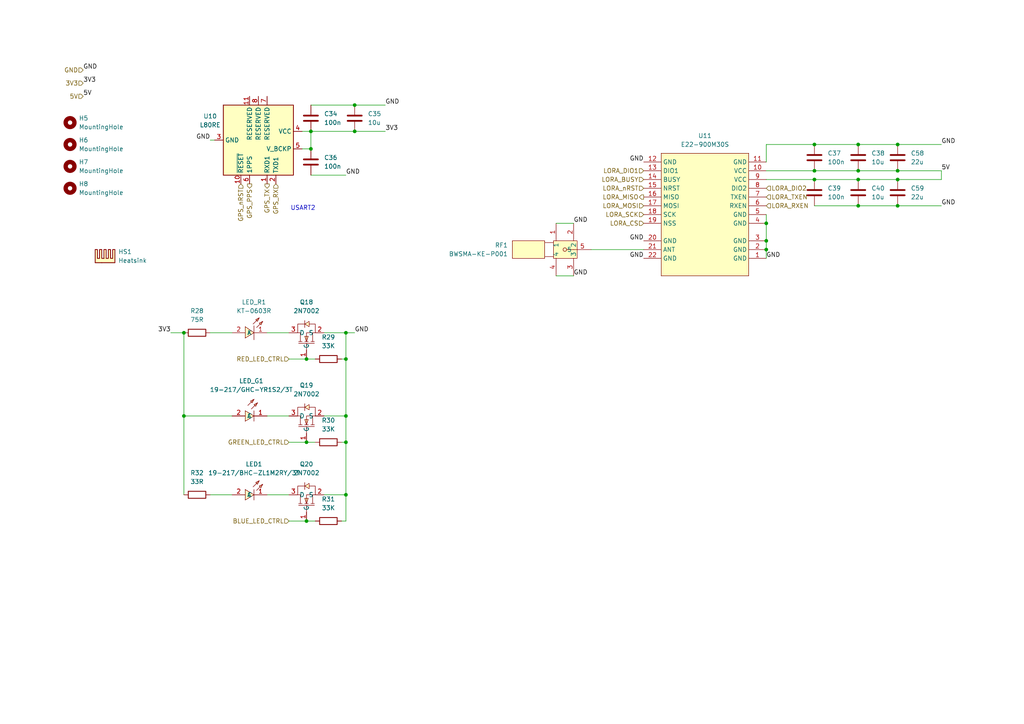
<source format=kicad_sch>
(kicad_sch
	(version 20231120)
	(generator "eeschema")
	(generator_version "8.0")
	(uuid "0ccf9806-6875-4ac2-a928-0a0535b42b8a")
	(paper "A4")
	(lib_symbols
		(symbol "Device:C"
			(pin_numbers hide)
			(pin_names
				(offset 0.254)
			)
			(exclude_from_sim no)
			(in_bom yes)
			(on_board yes)
			(property "Reference" "C"
				(at 0.635 2.54 0)
				(effects
					(font
						(size 1.27 1.27)
					)
					(justify left)
				)
			)
			(property "Value" "C"
				(at 0.635 -2.54 0)
				(effects
					(font
						(size 1.27 1.27)
					)
					(justify left)
				)
			)
			(property "Footprint" ""
				(at 0.9652 -3.81 0)
				(effects
					(font
						(size 1.27 1.27)
					)
					(hide yes)
				)
			)
			(property "Datasheet" "~"
				(at 0 0 0)
				(effects
					(font
						(size 1.27 1.27)
					)
					(hide yes)
				)
			)
			(property "Description" "Unpolarized capacitor"
				(at 0 0 0)
				(effects
					(font
						(size 1.27 1.27)
					)
					(hide yes)
				)
			)
			(property "ki_keywords" "cap capacitor"
				(at 0 0 0)
				(effects
					(font
						(size 1.27 1.27)
					)
					(hide yes)
				)
			)
			(property "ki_fp_filters" "C_*"
				(at 0 0 0)
				(effects
					(font
						(size 1.27 1.27)
					)
					(hide yes)
				)
			)
			(symbol "C_0_1"
				(polyline
					(pts
						(xy -2.032 -0.762) (xy 2.032 -0.762)
					)
					(stroke
						(width 0.508)
						(type default)
					)
					(fill
						(type none)
					)
				)
				(polyline
					(pts
						(xy -2.032 0.762) (xy 2.032 0.762)
					)
					(stroke
						(width 0.508)
						(type default)
					)
					(fill
						(type none)
					)
				)
			)
			(symbol "C_1_1"
				(pin passive line
					(at 0 3.81 270)
					(length 2.794)
					(name "~"
						(effects
							(font
								(size 1.27 1.27)
							)
						)
					)
					(number "1"
						(effects
							(font
								(size 1.27 1.27)
							)
						)
					)
				)
				(pin passive line
					(at 0 -3.81 90)
					(length 2.794)
					(name "~"
						(effects
							(font
								(size 1.27 1.27)
							)
						)
					)
					(number "2"
						(effects
							(font
								(size 1.27 1.27)
							)
						)
					)
				)
			)
		)
		(symbol "Device:R"
			(pin_numbers hide)
			(pin_names
				(offset 0)
			)
			(exclude_from_sim no)
			(in_bom yes)
			(on_board yes)
			(property "Reference" "R"
				(at 2.032 0 90)
				(effects
					(font
						(size 1.27 1.27)
					)
				)
			)
			(property "Value" "R"
				(at 0 0 90)
				(effects
					(font
						(size 1.27 1.27)
					)
				)
			)
			(property "Footprint" ""
				(at -1.778 0 90)
				(effects
					(font
						(size 1.27 1.27)
					)
					(hide yes)
				)
			)
			(property "Datasheet" "~"
				(at 0 0 0)
				(effects
					(font
						(size 1.27 1.27)
					)
					(hide yes)
				)
			)
			(property "Description" "Resistor"
				(at 0 0 0)
				(effects
					(font
						(size 1.27 1.27)
					)
					(hide yes)
				)
			)
			(property "ki_keywords" "R res resistor"
				(at 0 0 0)
				(effects
					(font
						(size 1.27 1.27)
					)
					(hide yes)
				)
			)
			(property "ki_fp_filters" "R_*"
				(at 0 0 0)
				(effects
					(font
						(size 1.27 1.27)
					)
					(hide yes)
				)
			)
			(symbol "R_0_1"
				(rectangle
					(start -1.016 -2.54)
					(end 1.016 2.54)
					(stroke
						(width 0.254)
						(type default)
					)
					(fill
						(type none)
					)
				)
			)
			(symbol "R_1_1"
				(pin passive line
					(at 0 3.81 270)
					(length 1.27)
					(name "~"
						(effects
							(font
								(size 1.27 1.27)
							)
						)
					)
					(number "1"
						(effects
							(font
								(size 1.27 1.27)
							)
						)
					)
				)
				(pin passive line
					(at 0 -3.81 90)
					(length 1.27)
					(name "~"
						(effects
							(font
								(size 1.27 1.27)
							)
						)
					)
					(number "2"
						(effects
							(font
								(size 1.27 1.27)
							)
						)
					)
				)
			)
		)
		(symbol "Mechanical:Heatsink"
			(pin_names
				(offset 1.016)
			)
			(exclude_from_sim no)
			(in_bom yes)
			(on_board yes)
			(property "Reference" "HS"
				(at 0 5.08 0)
				(effects
					(font
						(size 1.27 1.27)
					)
				)
			)
			(property "Value" "Heatsink"
				(at 0 -1.27 0)
				(effects
					(font
						(size 1.27 1.27)
					)
				)
			)
			(property "Footprint" ""
				(at 0.3048 0 0)
				(effects
					(font
						(size 1.27 1.27)
					)
					(hide yes)
				)
			)
			(property "Datasheet" "~"
				(at 0.3048 0 0)
				(effects
					(font
						(size 1.27 1.27)
					)
					(hide yes)
				)
			)
			(property "Description" "Heatsink"
				(at 0 0 0)
				(effects
					(font
						(size 1.27 1.27)
					)
					(hide yes)
				)
			)
			(property "ki_keywords" "thermal heat temperature"
				(at 0 0 0)
				(effects
					(font
						(size 1.27 1.27)
					)
					(hide yes)
				)
			)
			(property "ki_fp_filters" "Heatsink_*"
				(at 0 0 0)
				(effects
					(font
						(size 1.27 1.27)
					)
					(hide yes)
				)
			)
			(symbol "Heatsink_0_1"
				(polyline
					(pts
						(xy -0.3302 1.27) (xy -0.9652 1.27) (xy -0.9652 3.81) (xy -1.6002 3.81) (xy -1.6002 1.27) (xy -2.2352 1.27)
						(xy -2.2352 3.81) (xy -2.8702 3.81) (xy -2.8702 0) (xy -0.9652 0)
					)
					(stroke
						(width 0.254)
						(type default)
					)
					(fill
						(type background)
					)
				)
				(polyline
					(pts
						(xy -0.3302 1.27) (xy -0.3302 3.81) (xy 0.3048 3.81) (xy 0.3048 1.27) (xy 0.9398 1.27) (xy 0.9398 3.81)
						(xy 1.5748 3.81) (xy 1.5748 1.27) (xy 2.2098 1.27) (xy 2.2098 3.81) (xy 2.8448 3.81) (xy 2.8448 0)
						(xy -0.9652 0)
					)
					(stroke
						(width 0.254)
						(type default)
					)
					(fill
						(type background)
					)
				)
			)
		)
		(symbol "Mechanical:MountingHole"
			(pin_names
				(offset 1.016)
			)
			(exclude_from_sim no)
			(in_bom yes)
			(on_board yes)
			(property "Reference" "H"
				(at 0 5.08 0)
				(effects
					(font
						(size 1.27 1.27)
					)
				)
			)
			(property "Value" "MountingHole"
				(at 0 3.175 0)
				(effects
					(font
						(size 1.27 1.27)
					)
				)
			)
			(property "Footprint" ""
				(at 0 0 0)
				(effects
					(font
						(size 1.27 1.27)
					)
					(hide yes)
				)
			)
			(property "Datasheet" "~"
				(at 0 0 0)
				(effects
					(font
						(size 1.27 1.27)
					)
					(hide yes)
				)
			)
			(property "Description" "Mounting Hole without connection"
				(at 0 0 0)
				(effects
					(font
						(size 1.27 1.27)
					)
					(hide yes)
				)
			)
			(property "ki_keywords" "mounting hole"
				(at 0 0 0)
				(effects
					(font
						(size 1.27 1.27)
					)
					(hide yes)
				)
			)
			(property "ki_fp_filters" "MountingHole*"
				(at 0 0 0)
				(effects
					(font
						(size 1.27 1.27)
					)
					(hide yes)
				)
			)
			(symbol "MountingHole_0_1"
				(circle
					(center 0 0)
					(radius 1.27)
					(stroke
						(width 1.27)
						(type default)
					)
					(fill
						(type none)
					)
				)
			)
		)
		(symbol "RF_GPS:L80-R"
			(exclude_from_sim no)
			(in_bom yes)
			(on_board yes)
			(property "Reference" "U"
				(at -10.16 11.43 0)
				(effects
					(font
						(size 1.27 1.27)
					)
					(justify left)
				)
			)
			(property "Value" "L80-R"
				(at 10.16 11.43 0)
				(effects
					(font
						(size 1.27 1.27)
					)
					(justify right)
				)
			)
			(property "Footprint" "RF_GPS:Quectel_L80-R"
				(at 0 -22.86 0)
				(effects
					(font
						(size 1.27 1.27)
					)
					(hide yes)
				)
			)
			(property "Datasheet" "https://www.quectel.com/UploadImage/Downlad/Quectel_L80-R_Hardware_Design_V1.2.pdf"
				(at 0 0 0)
				(effects
					(font
						(size 1.27 1.27)
					)
					(hide yes)
				)
			)
			(property "Description" "Quectel GPS Module"
				(at 0 0 0)
				(effects
					(font
						(size 1.27 1.27)
					)
					(hide yes)
				)
			)
			(property "ki_keywords" "quectel GPS GNSS module"
				(at 0 0 0)
				(effects
					(font
						(size 1.27 1.27)
					)
					(hide yes)
				)
			)
			(property "ki_fp_filters" "Quectel*L80*R*"
				(at 0 0 0)
				(effects
					(font
						(size 1.27 1.27)
					)
					(hide yes)
				)
			)
			(symbol "L80-R_0_1"
				(rectangle
					(start -10.16 10.16)
					(end 10.16 -10.16)
					(stroke
						(width 0.254)
						(type default)
					)
					(fill
						(type background)
					)
				)
			)
			(symbol "L80-R_1_1"
				(pin input line
					(at 12.7 2.54 180)
					(length 2.54)
					(name "RXD1"
						(effects
							(font
								(size 1.27 1.27)
							)
						)
					)
					(number "1"
						(effects
							(font
								(size 1.27 1.27)
							)
						)
					)
				)
				(pin input line
					(at 12.7 -5.08 180)
					(length 2.54)
					(name "~{RESET}"
						(effects
							(font
								(size 1.27 1.27)
							)
						)
					)
					(number "10"
						(effects
							(font
								(size 1.27 1.27)
							)
						)
					)
				)
				(pin passive line
					(at -12.7 -2.54 0)
					(length 2.54)
					(name "RESERVED"
						(effects
							(font
								(size 1.27 1.27)
							)
						)
					)
					(number "11"
						(effects
							(font
								(size 1.27 1.27)
							)
						)
					)
				)
				(pin passive line
					(at 0 -12.7 90)
					(length 2.54) hide
					(name "GND"
						(effects
							(font
								(size 1.27 1.27)
							)
						)
					)
					(number "12"
						(effects
							(font
								(size 1.27 1.27)
							)
						)
					)
				)
				(pin output line
					(at 12.7 5.08 180)
					(length 2.54)
					(name "TXD1"
						(effects
							(font
								(size 1.27 1.27)
							)
						)
					)
					(number "2"
						(effects
							(font
								(size 1.27 1.27)
							)
						)
					)
				)
				(pin power_in line
					(at 0 -12.7 90)
					(length 2.54)
					(name "GND"
						(effects
							(font
								(size 1.27 1.27)
							)
						)
					)
					(number "3"
						(effects
							(font
								(size 1.27 1.27)
							)
						)
					)
				)
				(pin power_in line
					(at -2.54 12.7 270)
					(length 2.54)
					(name "VCC"
						(effects
							(font
								(size 1.27 1.27)
							)
						)
					)
					(number "4"
						(effects
							(font
								(size 1.27 1.27)
							)
						)
					)
				)
				(pin power_in line
					(at 2.54 12.7 270)
					(length 2.54)
					(name "V_BCKP"
						(effects
							(font
								(size 1.27 1.27)
							)
						)
					)
					(number "5"
						(effects
							(font
								(size 1.27 1.27)
							)
						)
					)
				)
				(pin output line
					(at 12.7 -2.54 180)
					(length 2.54)
					(name "1PPS"
						(effects
							(font
								(size 1.27 1.27)
							)
						)
					)
					(number "6"
						(effects
							(font
								(size 1.27 1.27)
							)
						)
					)
				)
				(pin passive line
					(at -12.7 2.54 0)
					(length 2.54)
					(name "RESERVED"
						(effects
							(font
								(size 1.27 1.27)
							)
						)
					)
					(number "7"
						(effects
							(font
								(size 1.27 1.27)
							)
						)
					)
				)
				(pin passive line
					(at -12.7 0 0)
					(length 2.54)
					(name "RESERVED"
						(effects
							(font
								(size 1.27 1.27)
							)
						)
					)
					(number "8"
						(effects
							(font
								(size 1.27 1.27)
							)
						)
					)
				)
				(pin no_connect line
					(at 10.16 0 180)
					(length 2.54) hide
					(name "NC"
						(effects
							(font
								(size 1.27 1.27)
							)
						)
					)
					(number "9"
						(effects
							(font
								(size 1.27 1.27)
							)
						)
					)
				)
			)
		)
		(symbol "Rocketry:19-217_BHC-ZL1M2RY_3T"
			(exclude_from_sim no)
			(in_bom yes)
			(on_board yes)
			(property "Reference" "LED"
				(at 0 3.3 0)
				(effects
					(font
						(size 1.27 1.27)
					)
				)
			)
			(property "Value" "19-217/BHC-ZL1M2RY/3T"
				(at 0 -6.86 0)
				(effects
					(font
						(size 1.27 1.27)
					)
				)
			)
			(property "Footprint" "Rocketry:LED0603-FD_BLUE"
				(at 0 -9.4 0)
				(effects
					(font
						(size 1.27 1.27)
					)
					(hide yes)
				)
			)
			(property "Datasheet" "https://lcsc.com/product-detail/Light-Emitting-Diodes-LED_0603-Blue-light_C72041.html"
				(at 0 -11.94 0)
				(effects
					(font
						(size 1.27 1.27)
					)
					(hide yes)
				)
			)
			(property "Description" ""
				(at 0 0 0)
				(effects
					(font
						(size 1.27 1.27)
					)
					(hide yes)
				)
			)
			(property "LCSC Part" "C72041"
				(at 0 -14.48 0)
				(effects
					(font
						(size 1.27 1.27)
					)
					(hide yes)
				)
			)
			(symbol "19-217_BHC-ZL1M2RY_3T_0_1"
				(polyline
					(pts
						(xy -2.03 1.27) (xy -3.81 3.05)
					)
					(stroke
						(width 0)
						(type default)
					)
					(fill
						(type none)
					)
				)
				(polyline
					(pts
						(xy -1.27 -1.52) (xy -1.27 1.53)
					)
					(stroke
						(width 0)
						(type default)
					)
					(fill
						(type none)
					)
				)
				(polyline
					(pts
						(xy -1.02 2.29) (xy -2.79 4.07)
					)
					(stroke
						(width 0)
						(type default)
					)
					(fill
						(type none)
					)
				)
				(polyline
					(pts
						(xy -3.81 3.05) (xy -3.3 2.03) (xy -2.79 2.54) (xy -3.81 3.05)
					)
					(stroke
						(width 0)
						(type default)
					)
					(fill
						(type background)
					)
				)
				(polyline
					(pts
						(xy -2.79 4.07) (xy -2.29 3.05) (xy -1.78 3.56) (xy -2.79 4.07)
					)
					(stroke
						(width 0)
						(type default)
					)
					(fill
						(type background)
					)
				)
				(polyline
					(pts
						(xy 1.27 1.53) (xy -1.27 0) (xy 1.27 -1.52) (xy 1.27 1.53)
					)
					(stroke
						(width 0)
						(type default)
					)
					(fill
						(type background)
					)
				)
				(pin input line
					(at -5.08 0 0)
					(length 3.81)
					(name "C"
						(effects
							(font
								(size 1.27 1.27)
							)
						)
					)
					(number "1"
						(effects
							(font
								(size 1.27 1.27)
							)
						)
					)
				)
				(pin input line
					(at 5.08 0 180)
					(length 3.81)
					(name "A"
						(effects
							(font
								(size 1.27 1.27)
							)
						)
					)
					(number "2"
						(effects
							(font
								(size 1.27 1.27)
							)
						)
					)
				)
			)
		)
		(symbol "Rocketry:19-217_GHC-YR1S2_3T"
			(exclude_from_sim no)
			(in_bom yes)
			(on_board yes)
			(property "Reference" "LED"
				(at 0 5.08 0)
				(effects
					(font
						(size 1.27 1.27)
					)
				)
			)
			(property "Value" "19-217/GHC-YR1S2/3T"
				(at 0 -5.08 0)
				(effects
					(font
						(size 1.27 1.27)
					)
				)
			)
			(property "Footprint" "Rocketry:LED0603-RD"
				(at 0 -7.62 0)
				(effects
					(font
						(size 1.27 1.27)
					)
					(hide yes)
				)
			)
			(property "Datasheet" "https://lcsc.com/product-detail/Light-Emitting-Diodes-LED_0603-Green-light_C72043.html"
				(at 0 -10.16 0)
				(effects
					(font
						(size 1.27 1.27)
					)
					(hide yes)
				)
			)
			(property "Description" ""
				(at 0 0 0)
				(effects
					(font
						(size 1.27 1.27)
					)
					(hide yes)
				)
			)
			(property "LCSC Part" "C72043"
				(at 0 -12.7 0)
				(effects
					(font
						(size 1.27 1.27)
					)
					(hide yes)
				)
			)
			(symbol "19-217_GHC-YR1S2_3T_0_1"
				(polyline
					(pts
						(xy -1.27 1.52) (xy -1.27 -1.52)
					)
					(stroke
						(width 0)
						(type default)
					)
					(fill
						(type none)
					)
				)
				(polyline
					(pts
						(xy -0.51 2.03) (xy -2.29 3.81)
					)
					(stroke
						(width 0)
						(type default)
					)
					(fill
						(type none)
					)
				)
				(polyline
					(pts
						(xy 0.51 3.05) (xy -1.27 4.83)
					)
					(stroke
						(width 0)
						(type default)
					)
					(fill
						(type none)
					)
				)
				(polyline
					(pts
						(xy -2.29 3.81) (xy -1.27 3.3) (xy -1.78 2.79) (xy -2.29 3.81)
					)
					(stroke
						(width 0)
						(type default)
					)
					(fill
						(type background)
					)
				)
				(polyline
					(pts
						(xy -1.27 4.83) (xy -0.25 4.32) (xy -0.76 3.81) (xy -1.27 4.83)
					)
					(stroke
						(width 0)
						(type default)
					)
					(fill
						(type background)
					)
				)
				(polyline
					(pts
						(xy 1.27 -1.52) (xy -1.27 0) (xy 1.27 1.52) (xy 1.27 -1.52)
					)
					(stroke
						(width 0)
						(type default)
					)
					(fill
						(type background)
					)
				)
				(pin input line
					(at -5.08 0 0)
					(length 3.81)
					(name "C"
						(effects
							(font
								(size 1.27 1.27)
							)
						)
					)
					(number "1"
						(effects
							(font
								(size 1.27 1.27)
							)
						)
					)
				)
				(pin input line
					(at 5.08 0 180)
					(length 3.81)
					(name "A"
						(effects
							(font
								(size 1.27 1.27)
							)
						)
					)
					(number "2"
						(effects
							(font
								(size 1.27 1.27)
							)
						)
					)
				)
			)
		)
		(symbol "Rocketry:2N7002"
			(exclude_from_sim no)
			(in_bom yes)
			(on_board yes)
			(property "Reference" "Q"
				(at 0 10.16 0)
				(effects
					(font
						(size 1.27 1.27)
					)
				)
			)
			(property "Value" "2N7002"
				(at 0 -10.16 0)
				(effects
					(font
						(size 1.27 1.27)
					)
				)
			)
			(property "Footprint" "Rocketry:SOT-23-3_L2.9-W1.3-P1.90-LS2.4-BR"
				(at 0 -12.7 0)
				(effects
					(font
						(size 1.27 1.27)
					)
					(hide yes)
				)
			)
			(property "Datasheet" "https://lcsc.com/product-detail/MOSFET_2N7002-7002_C8545.html"
				(at 0 -15.24 0)
				(effects
					(font
						(size 1.27 1.27)
					)
					(hide yes)
				)
			)
			(property "Description" ""
				(at 0 0 0)
				(effects
					(font
						(size 1.27 1.27)
					)
					(hide yes)
				)
			)
			(property "LCSC Part" "C8545"
				(at 0 -17.78 0)
				(effects
					(font
						(size 1.27 1.27)
					)
					(hide yes)
				)
			)
			(symbol "2N7002_0_1"
				(polyline
					(pts
						(xy -2.54 0) (xy -0.51 0)
					)
					(stroke
						(width 0)
						(type default)
					)
					(fill
						(type none)
					)
				)
				(polyline
					(pts
						(xy -0.51 2.29) (xy -0.51 -2.29)
					)
					(stroke
						(width 0)
						(type default)
					)
					(fill
						(type none)
					)
				)
				(polyline
					(pts
						(xy 0 -2.29) (xy 0 -1.27)
					)
					(stroke
						(width 0)
						(type default)
					)
					(fill
						(type none)
					)
				)
				(polyline
					(pts
						(xy 0 -0.51) (xy 0 0.51)
					)
					(stroke
						(width 0)
						(type default)
					)
					(fill
						(type none)
					)
				)
				(polyline
					(pts
						(xy 0 2.29) (xy 0 1.27)
					)
					(stroke
						(width 0)
						(type default)
					)
					(fill
						(type none)
					)
				)
				(polyline
					(pts
						(xy 2.54 -1.78) (xy 0 -1.78)
					)
					(stroke
						(width 0)
						(type default)
					)
					(fill
						(type none)
					)
				)
				(polyline
					(pts
						(xy 0 0) (xy 1.52 -0.51) (xy 1.52 0.51) (xy 0 0)
					)
					(stroke
						(width 0)
						(type default)
					)
					(fill
						(type background)
					)
				)
				(polyline
					(pts
						(xy 5.08 0.51) (xy 4.32 -0.76) (xy 5.84 -0.76) (xy 5.08 0.51)
					)
					(stroke
						(width 0)
						(type default)
					)
					(fill
						(type background)
					)
				)
				(polyline
					(pts
						(xy 6.1 0.51) (xy 5.59 0.51) (xy 4.57 0.51) (xy 4.06 0.51)
					)
					(stroke
						(width 0)
						(type default)
					)
					(fill
						(type none)
					)
				)
				(polyline
					(pts
						(xy 0 0) (xy 2.54 0) (xy 2.54 -2.54) (xy 5.08 -2.54) (xy 5.08 -0.76)
					)
					(stroke
						(width 0)
						(type default)
					)
					(fill
						(type none)
					)
				)
				(polyline
					(pts
						(xy 0 1.78) (xy 2.54 1.78) (xy 2.54 2.54) (xy 5.08 2.54) (xy 5.08 0.51)
					)
					(stroke
						(width 0)
						(type default)
					)
					(fill
						(type none)
					)
				)
				(pin unspecified line
					(at -5.08 0 0)
					(length 2.54)
					(name "G"
						(effects
							(font
								(size 1.27 1.27)
							)
						)
					)
					(number "1"
						(effects
							(font
								(size 1.27 1.27)
							)
						)
					)
				)
				(pin unspecified line
					(at 2.54 -5.08 90)
					(length 2.54)
					(name "S"
						(effects
							(font
								(size 1.27 1.27)
							)
						)
					)
					(number "2"
						(effects
							(font
								(size 1.27 1.27)
							)
						)
					)
				)
				(pin unspecified line
					(at 2.54 5.08 270)
					(length 2.54)
					(name "D"
						(effects
							(font
								(size 1.27 1.27)
							)
						)
					)
					(number "3"
						(effects
							(font
								(size 1.27 1.27)
							)
						)
					)
				)
			)
		)
		(symbol "Rocketry:BWSMA-KE-P001"
			(exclude_from_sim no)
			(in_bom yes)
			(on_board yes)
			(property "Reference" "RF"
				(at 0 12.7 0)
				(effects
					(font
						(size 1.27 1.27)
					)
				)
			)
			(property "Value" "BWSMA-KE-P001"
				(at 0 -12.7 0)
				(effects
					(font
						(size 1.27 1.27)
					)
				)
			)
			(property "Footprint" "Rocketry:SMA-SMD_BWSMA-KE-P001"
				(at 0 -15.24 0)
				(effects
					(font
						(size 1.27 1.27)
					)
					(hide yes)
				)
			)
			(property "Datasheet" "https://lcsc.com/product-detail/New-Arrivals_BAT-WIRELESS-BWSMA-KE-P001_C496550.html"
				(at 0 -17.78 0)
				(effects
					(font
						(size 1.27 1.27)
					)
					(hide yes)
				)
			)
			(property "Description" ""
				(at 0 0 0)
				(effects
					(font
						(size 1.27 1.27)
					)
					(hide yes)
				)
			)
			(property "LCSC Part" "C496550"
				(at 0 -20.32 0)
				(effects
					(font
						(size 1.27 1.27)
					)
					(hide yes)
				)
			)
			(symbol "BWSMA-KE-P001_0_1"
				(rectangle
					(start -12.7 2.54)
					(end -3.3 -2.54)
					(stroke
						(width 0)
						(type default)
					)
					(fill
						(type background)
					)
				)
				(rectangle
					(start -0.76 2.54)
					(end 6.1 -2.54)
					(stroke
						(width 0)
						(type default)
					)
					(fill
						(type background)
					)
				)
				(polyline
					(pts
						(xy -3.3 -2.03) (xy -0.76 -2.03)
					)
					(stroke
						(width 0)
						(type default)
					)
					(fill
						(type none)
					)
				)
				(polyline
					(pts
						(xy -3.3 2.03) (xy -0.76 2.03)
					)
					(stroke
						(width 0)
						(type default)
					)
					(fill
						(type none)
					)
				)
				(polyline
					(pts
						(xy 3.05 0) (xy 5.08 0)
					)
					(stroke
						(width 0)
						(type default)
					)
					(fill
						(type none)
					)
				)
				(circle
					(center 2.54 0)
					(radius 0.51)
					(stroke
						(width 0)
						(type default)
					)
					(fill
						(type none)
					)
				)
				(pin unspecified line
					(at 0 7.62 270)
					(length 5.08)
					(name "1"
						(effects
							(font
								(size 1.27 1.27)
							)
						)
					)
					(number "1"
						(effects
							(font
								(size 1.27 1.27)
							)
						)
					)
				)
				(pin unspecified line
					(at 5.08 7.62 270)
					(length 5.08)
					(name "2"
						(effects
							(font
								(size 1.27 1.27)
							)
						)
					)
					(number "2"
						(effects
							(font
								(size 1.27 1.27)
							)
						)
					)
				)
				(pin unspecified line
					(at 5.08 -7.62 90)
					(length 5.08)
					(name "3"
						(effects
							(font
								(size 1.27 1.27)
							)
						)
					)
					(number "3"
						(effects
							(font
								(size 1.27 1.27)
							)
						)
					)
				)
				(pin unspecified line
					(at 0 -7.62 90)
					(length 5.08)
					(name "4"
						(effects
							(font
								(size 1.27 1.27)
							)
						)
					)
					(number "4"
						(effects
							(font
								(size 1.27 1.27)
							)
						)
					)
				)
				(pin unspecified line
					(at 10.16 0 180)
					(length 5.08)
					(name "5"
						(effects
							(font
								(size 1.27 1.27)
							)
						)
					)
					(number "5"
						(effects
							(font
								(size 1.27 1.27)
							)
						)
					)
				)
			)
		)
		(symbol "Rocketry:E22-900M30S"
			(exclude_from_sim no)
			(in_bom yes)
			(on_board yes)
			(property "Reference" "U"
				(at 0 22.86 0)
				(effects
					(font
						(size 1.27 1.27)
					)
				)
			)
			(property "Value" "E22-900M30S"
				(at 0 -15.24 0)
				(effects
					(font
						(size 1.27 1.27)
					)
				)
			)
			(property "Footprint" "Rocketry:WIRELM-SMD_E22-900M30S"
				(at 0 -17.78 0)
				(effects
					(font
						(size 1.27 1.27)
					)
					(hide yes)
				)
			)
			(property "Datasheet" "https://lcsc.com/product-detail/Wireless-Modules_Chengdu-Ebyte-Elec-Tech-E22-900M30S_C411294.html"
				(at 0 -20.32 0)
				(effects
					(font
						(size 1.27 1.27)
					)
					(hide yes)
				)
			)
			(property "Description" ""
				(at 0 0 0)
				(effects
					(font
						(size 1.27 1.27)
					)
					(hide yes)
				)
			)
			(property "LCSC Part" "C411294"
				(at 0 -22.86 0)
				(effects
					(font
						(size 1.27 1.27)
					)
					(hide yes)
				)
			)
			(symbol "E22-900M30S_0_1"
				(rectangle
					(start -12.7 20.32)
					(end 12.7 -15.24)
					(stroke
						(width 0)
						(type default)
					)
					(fill
						(type background)
					)
				)
				(pin unspecified line
					(at 17.78 -10.16 180)
					(length 5.08)
					(name "GND"
						(effects
							(font
								(size 1.27 1.27)
							)
						)
					)
					(number "1"
						(effects
							(font
								(size 1.27 1.27)
							)
						)
					)
				)
				(pin unspecified line
					(at 17.78 15.24 180)
					(length 5.08)
					(name "VCC"
						(effects
							(font
								(size 1.27 1.27)
							)
						)
					)
					(number "10"
						(effects
							(font
								(size 1.27 1.27)
							)
						)
					)
				)
				(pin unspecified line
					(at 17.78 17.78 180)
					(length 5.08)
					(name "GND"
						(effects
							(font
								(size 1.27 1.27)
							)
						)
					)
					(number "11"
						(effects
							(font
								(size 1.27 1.27)
							)
						)
					)
				)
				(pin unspecified line
					(at -17.78 17.78 0)
					(length 5.08)
					(name "GND"
						(effects
							(font
								(size 1.27 1.27)
							)
						)
					)
					(number "12"
						(effects
							(font
								(size 1.27 1.27)
							)
						)
					)
				)
				(pin unspecified line
					(at -17.78 15.24 0)
					(length 5.08)
					(name "DIO1"
						(effects
							(font
								(size 1.27 1.27)
							)
						)
					)
					(number "13"
						(effects
							(font
								(size 1.27 1.27)
							)
						)
					)
				)
				(pin unspecified line
					(at -17.78 12.7 0)
					(length 5.08)
					(name "BUSY"
						(effects
							(font
								(size 1.27 1.27)
							)
						)
					)
					(number "14"
						(effects
							(font
								(size 1.27 1.27)
							)
						)
					)
				)
				(pin unspecified line
					(at -17.78 10.16 0)
					(length 5.08)
					(name "NRST"
						(effects
							(font
								(size 1.27 1.27)
							)
						)
					)
					(number "15"
						(effects
							(font
								(size 1.27 1.27)
							)
						)
					)
				)
				(pin unspecified line
					(at -17.78 7.62 0)
					(length 5.08)
					(name "MISO"
						(effects
							(font
								(size 1.27 1.27)
							)
						)
					)
					(number "16"
						(effects
							(font
								(size 1.27 1.27)
							)
						)
					)
				)
				(pin unspecified line
					(at -17.78 5.08 0)
					(length 5.08)
					(name "MOSI"
						(effects
							(font
								(size 1.27 1.27)
							)
						)
					)
					(number "17"
						(effects
							(font
								(size 1.27 1.27)
							)
						)
					)
				)
				(pin unspecified line
					(at -17.78 2.54 0)
					(length 5.08)
					(name "SCK"
						(effects
							(font
								(size 1.27 1.27)
							)
						)
					)
					(number "18"
						(effects
							(font
								(size 1.27 1.27)
							)
						)
					)
				)
				(pin unspecified line
					(at -17.78 0 0)
					(length 5.08)
					(name "NSS"
						(effects
							(font
								(size 1.27 1.27)
							)
						)
					)
					(number "19"
						(effects
							(font
								(size 1.27 1.27)
							)
						)
					)
				)
				(pin unspecified line
					(at 17.78 -7.62 180)
					(length 5.08)
					(name "GND"
						(effects
							(font
								(size 1.27 1.27)
							)
						)
					)
					(number "2"
						(effects
							(font
								(size 1.27 1.27)
							)
						)
					)
				)
				(pin unspecified line
					(at -17.78 -5.08 0)
					(length 5.08)
					(name "GND"
						(effects
							(font
								(size 1.27 1.27)
							)
						)
					)
					(number "20"
						(effects
							(font
								(size 1.27 1.27)
							)
						)
					)
				)
				(pin unspecified line
					(at -17.78 -7.62 0)
					(length 5.08)
					(name "ANT"
						(effects
							(font
								(size 1.27 1.27)
							)
						)
					)
					(number "21"
						(effects
							(font
								(size 1.27 1.27)
							)
						)
					)
				)
				(pin unspecified line
					(at -17.78 -10.16 0)
					(length 5.08)
					(name "GND"
						(effects
							(font
								(size 1.27 1.27)
							)
						)
					)
					(number "22"
						(effects
							(font
								(size 1.27 1.27)
							)
						)
					)
				)
				(pin unspecified line
					(at 17.78 -5.08 180)
					(length 5.08)
					(name "GND"
						(effects
							(font
								(size 1.27 1.27)
							)
						)
					)
					(number "3"
						(effects
							(font
								(size 1.27 1.27)
							)
						)
					)
				)
				(pin unspecified line
					(at 17.78 0 180)
					(length 5.08)
					(name "GND"
						(effects
							(font
								(size 1.27 1.27)
							)
						)
					)
					(number "4"
						(effects
							(font
								(size 1.27 1.27)
							)
						)
					)
				)
				(pin unspecified line
					(at 17.78 2.54 180)
					(length 5.08)
					(name "GND"
						(effects
							(font
								(size 1.27 1.27)
							)
						)
					)
					(number "5"
						(effects
							(font
								(size 1.27 1.27)
							)
						)
					)
				)
				(pin unspecified line
					(at 17.78 5.08 180)
					(length 5.08)
					(name "RXEN"
						(effects
							(font
								(size 1.27 1.27)
							)
						)
					)
					(number "6"
						(effects
							(font
								(size 1.27 1.27)
							)
						)
					)
				)
				(pin unspecified line
					(at 17.78 7.62 180)
					(length 5.08)
					(name "TXEN"
						(effects
							(font
								(size 1.27 1.27)
							)
						)
					)
					(number "7"
						(effects
							(font
								(size 1.27 1.27)
							)
						)
					)
				)
				(pin unspecified line
					(at 17.78 10.16 180)
					(length 5.08)
					(name "DIO2"
						(effects
							(font
								(size 1.27 1.27)
							)
						)
					)
					(number "8"
						(effects
							(font
								(size 1.27 1.27)
							)
						)
					)
				)
				(pin unspecified line
					(at 17.78 12.7 180)
					(length 5.08)
					(name "VCC"
						(effects
							(font
								(size 1.27 1.27)
							)
						)
					)
					(number "9"
						(effects
							(font
								(size 1.27 1.27)
							)
						)
					)
				)
			)
		)
		(symbol "Rocketry:KT-0603R"
			(exclude_from_sim no)
			(in_bom yes)
			(on_board yes)
			(property "Reference" "LED"
				(at 0 5.08 0)
				(effects
					(font
						(size 1.27 1.27)
					)
				)
			)
			(property "Value" "KT-0603R"
				(at 0 -5.08 0)
				(effects
					(font
						(size 1.27 1.27)
					)
				)
			)
			(property "Footprint" "Rocketry:LED0603-RD"
				(at 0 -7.62 0)
				(effects
					(font
						(size 1.27 1.27)
					)
					(hide yes)
				)
			)
			(property "Datasheet" "https://lcsc.com/product-detail/Light-Emitting-Diodes-LED_Red-LED-0603_C2286.html"
				(at 0 -10.16 0)
				(effects
					(font
						(size 1.27 1.27)
					)
					(hide yes)
				)
			)
			(property "Description" ""
				(at 0 0 0)
				(effects
					(font
						(size 1.27 1.27)
					)
					(hide yes)
				)
			)
			(property "LCSC Part" "C2286"
				(at 0 -12.7 0)
				(effects
					(font
						(size 1.27 1.27)
					)
					(hide yes)
				)
			)
			(symbol "KT-0603R_0_1"
				(polyline
					(pts
						(xy -2.03 1.52) (xy -3.81 3.3)
					)
					(stroke
						(width 0)
						(type default)
					)
					(fill
						(type none)
					)
				)
				(polyline
					(pts
						(xy -1.27 2.03) (xy -1.27 -2.03)
					)
					(stroke
						(width 0)
						(type default)
					)
					(fill
						(type none)
					)
				)
				(polyline
					(pts
						(xy -1.02 2.54) (xy -2.79 4.32)
					)
					(stroke
						(width 0)
						(type default)
					)
					(fill
						(type none)
					)
				)
				(polyline
					(pts
						(xy -3.81 3.3) (xy -2.79 2.79) (xy -3.3 2.29) (xy -3.81 3.3)
					)
					(stroke
						(width 0)
						(type default)
					)
					(fill
						(type background)
					)
				)
				(polyline
					(pts
						(xy -2.79 4.32) (xy -1.78 3.81) (xy -2.29 3.3) (xy -2.79 4.32)
					)
					(stroke
						(width 0)
						(type default)
					)
					(fill
						(type background)
					)
				)
				(polyline
					(pts
						(xy 1.27 -1.52) (xy -1.27 0) (xy 1.27 1.78) (xy 1.27 -1.52)
					)
					(stroke
						(width 0)
						(type default)
					)
					(fill
						(type background)
					)
				)
				(pin unspecified line
					(at -5.08 0 0)
					(length 3.81)
					(name "K"
						(effects
							(font
								(size 1.27 1.27)
							)
						)
					)
					(number "1"
						(effects
							(font
								(size 1.27 1.27)
							)
						)
					)
				)
				(pin unspecified line
					(at 5.08 0 180)
					(length 3.81)
					(name "A"
						(effects
							(font
								(size 1.27 1.27)
							)
						)
					)
					(number "2"
						(effects
							(font
								(size 1.27 1.27)
							)
						)
					)
				)
			)
		)
	)
	(junction
		(at 53.34 120.65)
		(diameter 0)
		(color 0 0 0 0)
		(uuid "0376a0f2-0b16-4c83-a6f8-3480611e0326")
	)
	(junction
		(at 100.33 120.65)
		(diameter 0)
		(color 0 0 0 0)
		(uuid "043b9842-489d-44a4-b197-dfafe8f0d870")
	)
	(junction
		(at 248.92 49.53)
		(diameter 0)
		(color 0 0 0 0)
		(uuid "12782235-23d8-4dfb-a32a-126e7dcec508")
	)
	(junction
		(at 88.9 104.14)
		(diameter 0)
		(color 0 0 0 0)
		(uuid "12b92c03-80f4-4920-af50-ae185adee253")
	)
	(junction
		(at 236.22 49.53)
		(diameter 0)
		(color 0 0 0 0)
		(uuid "1f1a6d01-6102-49b5-95cb-c8dcd48be9f8")
	)
	(junction
		(at 100.33 104.14)
		(diameter 0)
		(color 0 0 0 0)
		(uuid "27ac11ad-ee4d-475e-b449-ac830d23f757")
	)
	(junction
		(at 53.34 96.52)
		(diameter 0)
		(color 0 0 0 0)
		(uuid "2c7d0f27-36b6-4daa-b06e-a1187e5527e1")
	)
	(junction
		(at 260.35 41.91)
		(diameter 0)
		(color 0 0 0 0)
		(uuid "412b585d-507a-4b77-a226-ef9fc4b508e3")
	)
	(junction
		(at 102.87 30.48)
		(diameter 0)
		(color 0 0 0 0)
		(uuid "414b7cdf-f2e9-44c8-aa9f-f2dc9fff1817")
	)
	(junction
		(at 248.92 52.07)
		(diameter 0)
		(color 0 0 0 0)
		(uuid "43b61ddc-0403-4464-aa55-9f4cc3f726b8")
	)
	(junction
		(at 100.33 128.27)
		(diameter 0)
		(color 0 0 0 0)
		(uuid "50c8140b-e846-405c-af95-c91584859149")
	)
	(junction
		(at 222.25 64.77)
		(diameter 0)
		(color 0 0 0 0)
		(uuid "538196cf-ac1d-4584-b238-532194769c98")
	)
	(junction
		(at 90.17 43.18)
		(diameter 0)
		(color 0 0 0 0)
		(uuid "6a464aae-7fdf-4169-b0af-b7886d3b9b88")
	)
	(junction
		(at 248.92 41.91)
		(diameter 0)
		(color 0 0 0 0)
		(uuid "6d09a0c7-c34d-4843-b1b9-cbecf7388cb4")
	)
	(junction
		(at 100.33 143.51)
		(diameter 0)
		(color 0 0 0 0)
		(uuid "6fd7793e-594b-4e3f-bacc-04e83f66aea7")
	)
	(junction
		(at 236.22 52.07)
		(diameter 0)
		(color 0 0 0 0)
		(uuid "78ad4508-50d6-40a5-8a5b-92ceda2c9df9")
	)
	(junction
		(at 88.9 151.13)
		(diameter 0)
		(color 0 0 0 0)
		(uuid "7b425c47-4f74-4989-9983-d5dc6a6d4769")
	)
	(junction
		(at 236.22 41.91)
		(diameter 0)
		(color 0 0 0 0)
		(uuid "9dffad64-acf4-41b8-b05d-689de187ff91")
	)
	(junction
		(at 260.35 59.69)
		(diameter 0)
		(color 0 0 0 0)
		(uuid "ab2195ba-15c2-4b38-a5f8-415fc6200699")
	)
	(junction
		(at 260.35 49.53)
		(diameter 0)
		(color 0 0 0 0)
		(uuid "ac11c60c-0166-4bd0-847d-a8f5e1269944")
	)
	(junction
		(at 248.92 59.69)
		(diameter 0)
		(color 0 0 0 0)
		(uuid "af5d9d39-8193-4432-8298-76e94974a1ec")
	)
	(junction
		(at 88.9 128.27)
		(diameter 0)
		(color 0 0 0 0)
		(uuid "b063c9e0-a5ac-4996-a117-9964a92fe48c")
	)
	(junction
		(at 222.25 69.85)
		(diameter 0)
		(color 0 0 0 0)
		(uuid "b0af8fd9-e326-4e9f-9d49-8cfd18eca12e")
	)
	(junction
		(at 90.17 38.1)
		(diameter 0)
		(color 0 0 0 0)
		(uuid "e6ff279f-cdb5-4a3b-873c-0899a5386347")
	)
	(junction
		(at 102.87 38.1)
		(diameter 0)
		(color 0 0 0 0)
		(uuid "f46cc2c8-e91e-42ab-a95b-c6cb486dfaa5")
	)
	(junction
		(at 100.33 96.52)
		(diameter 0)
		(color 0 0 0 0)
		(uuid "f71ea343-fc55-40f6-b287-eb136a2a1d33")
	)
	(junction
		(at 260.35 52.07)
		(diameter 0)
		(color 0 0 0 0)
		(uuid "f8a935e5-9db4-4e55-96a4-b3cf4407559e")
	)
	(junction
		(at 222.25 72.39)
		(diameter 0)
		(color 0 0 0 0)
		(uuid "fa36efbd-a9db-4eea-99e5-cb546ca59a91")
	)
	(wire
		(pts
			(xy 222.25 49.53) (xy 236.22 49.53)
		)
		(stroke
			(width 0)
			(type default)
		)
		(uuid "05dbb2ad-8ef5-45c8-99f2-bf3fcbac7e24")
	)
	(wire
		(pts
			(xy 222.25 64.77) (xy 222.25 69.85)
		)
		(stroke
			(width 0)
			(type default)
		)
		(uuid "06689ffc-ce53-4da2-a62b-ab8dd181c6d3")
	)
	(wire
		(pts
			(xy 161.29 64.77) (xy 166.37 64.77)
		)
		(stroke
			(width 0)
			(type default)
		)
		(uuid "08e50ef8-28ac-4ab3-bb98-6e9c0b8d7b9e")
	)
	(wire
		(pts
			(xy 49.53 96.52) (xy 53.34 96.52)
		)
		(stroke
			(width 0)
			(type default)
		)
		(uuid "0d0a8511-a3f3-41d4-bf29-d20055c4c428")
	)
	(wire
		(pts
			(xy 248.92 52.07) (xy 260.35 52.07)
		)
		(stroke
			(width 0)
			(type default)
		)
		(uuid "0fbcf216-e8e0-4aad-a28c-9d3b95b09511")
	)
	(wire
		(pts
			(xy 90.17 38.1) (xy 90.17 43.18)
		)
		(stroke
			(width 0)
			(type default)
		)
		(uuid "18865abf-47c3-4c42-949d-1b5be8aa3ee6")
	)
	(wire
		(pts
			(xy 77.47 120.65) (xy 83.82 120.65)
		)
		(stroke
			(width 0)
			(type default)
		)
		(uuid "1c094d1b-2167-4c09-9c6f-296481910db0")
	)
	(wire
		(pts
			(xy 60.96 96.52) (xy 67.31 96.52)
		)
		(stroke
			(width 0)
			(type default)
		)
		(uuid "23cec4e7-1746-4bd2-9495-e332489d46bc")
	)
	(wire
		(pts
			(xy 222.25 41.91) (xy 236.22 41.91)
		)
		(stroke
			(width 0)
			(type default)
		)
		(uuid "28866746-2346-4f59-b832-75f1717c7558")
	)
	(wire
		(pts
			(xy 90.17 38.1) (xy 102.87 38.1)
		)
		(stroke
			(width 0)
			(type default)
		)
		(uuid "2b932936-f735-43c4-a424-0e60c1f402a1")
	)
	(wire
		(pts
			(xy 100.33 120.65) (xy 100.33 104.14)
		)
		(stroke
			(width 0)
			(type default)
		)
		(uuid "2ca17251-599b-4c38-9544-d58e3ea016b3")
	)
	(wire
		(pts
			(xy 77.47 143.51) (xy 83.82 143.51)
		)
		(stroke
			(width 0)
			(type default)
		)
		(uuid "2d699ca1-ebaa-4f7d-a86a-1521bc4c0e36")
	)
	(wire
		(pts
			(xy 236.22 41.91) (xy 248.92 41.91)
		)
		(stroke
			(width 0)
			(type default)
		)
		(uuid "2e01b081-9a88-4d1e-8378-7eb333e714f4")
	)
	(wire
		(pts
			(xy 222.25 52.07) (xy 236.22 52.07)
		)
		(stroke
			(width 0)
			(type default)
		)
		(uuid "2f3b6c03-029a-486e-8063-b9ea44f676cf")
	)
	(wire
		(pts
			(xy 83.82 128.27) (xy 88.9 128.27)
		)
		(stroke
			(width 0)
			(type default)
		)
		(uuid "334dc428-c416-4510-b2a1-0a5ff276fede")
	)
	(wire
		(pts
			(xy 100.33 143.51) (xy 100.33 128.27)
		)
		(stroke
			(width 0)
			(type default)
		)
		(uuid "38b13d88-4c05-4eaa-98f8-c111f8b51e42")
	)
	(wire
		(pts
			(xy 87.63 38.1) (xy 90.17 38.1)
		)
		(stroke
			(width 0)
			(type default)
		)
		(uuid "40cbcb24-71bf-443b-9ed0-2b295733e681")
	)
	(wire
		(pts
			(xy 99.06 128.27) (xy 100.33 128.27)
		)
		(stroke
			(width 0)
			(type default)
		)
		(uuid "414c06ba-6604-4b19-b65c-6ba1d2011eb6")
	)
	(wire
		(pts
			(xy 236.22 52.07) (xy 248.92 52.07)
		)
		(stroke
			(width 0)
			(type default)
		)
		(uuid "4afa2622-7afe-498f-9113-ce0348faf0cf")
	)
	(wire
		(pts
			(xy 248.92 41.91) (xy 260.35 41.91)
		)
		(stroke
			(width 0)
			(type default)
		)
		(uuid "56628150-851c-40f9-852e-afc2d591554a")
	)
	(wire
		(pts
			(xy 273.05 52.07) (xy 273.05 49.53)
		)
		(stroke
			(width 0)
			(type default)
		)
		(uuid "5bdf8880-9e29-40f2-8af4-0b860429dcd3")
	)
	(wire
		(pts
			(xy 222.25 69.85) (xy 222.25 72.39)
		)
		(stroke
			(width 0)
			(type default)
		)
		(uuid "5f7381b1-f129-487c-923d-e9a15c5de957")
	)
	(wire
		(pts
			(xy 60.96 143.51) (xy 67.31 143.51)
		)
		(stroke
			(width 0)
			(type default)
		)
		(uuid "6542dfb3-6ae8-430f-9261-795a2c5c22c6")
	)
	(wire
		(pts
			(xy 88.9 128.27) (xy 91.44 128.27)
		)
		(stroke
			(width 0)
			(type default)
		)
		(uuid "6eac77d3-9244-426b-9a05-92a6f98d1076")
	)
	(wire
		(pts
			(xy 53.34 96.52) (xy 53.34 120.65)
		)
		(stroke
			(width 0)
			(type default)
		)
		(uuid "71178a6a-fe69-4686-85fc-83c2c3bf6e57")
	)
	(wire
		(pts
			(xy 171.45 72.39) (xy 186.69 72.39)
		)
		(stroke
			(width 0)
			(type default)
		)
		(uuid "71846e1a-4ca3-467a-982a-b79e0692546e")
	)
	(wire
		(pts
			(xy 77.47 96.52) (xy 83.82 96.52)
		)
		(stroke
			(width 0)
			(type default)
		)
		(uuid "7465bdee-3fe9-4a80-9901-24dbcba4c8fe")
	)
	(wire
		(pts
			(xy 99.06 151.13) (xy 100.33 151.13)
		)
		(stroke
			(width 0)
			(type default)
		)
		(uuid "767b976e-57d0-4af1-bfa4-88f02d297ab3")
	)
	(wire
		(pts
			(xy 222.25 46.99) (xy 222.25 41.91)
		)
		(stroke
			(width 0)
			(type default)
		)
		(uuid "798f03a6-fe29-4d9a-82c4-b99266db4a63")
	)
	(wire
		(pts
			(xy 102.87 38.1) (xy 111.76 38.1)
		)
		(stroke
			(width 0)
			(type default)
		)
		(uuid "7d0280ab-e92a-4ee0-ba49-b59511f59c53")
	)
	(wire
		(pts
			(xy 93.98 96.52) (xy 100.33 96.52)
		)
		(stroke
			(width 0)
			(type default)
		)
		(uuid "84a9e4c1-b377-44bc-ab83-6ee28f801303")
	)
	(wire
		(pts
			(xy 67.31 120.65) (xy 53.34 120.65)
		)
		(stroke
			(width 0)
			(type default)
		)
		(uuid "86094045-9198-4c11-a909-eea48e1c8975")
	)
	(wire
		(pts
			(xy 100.33 151.13) (xy 100.33 143.51)
		)
		(stroke
			(width 0)
			(type default)
		)
		(uuid "883b7163-be8d-431e-baf5-e5adc28ca876")
	)
	(wire
		(pts
			(xy 222.25 72.39) (xy 222.25 74.93)
		)
		(stroke
			(width 0)
			(type default)
		)
		(uuid "8bb46256-ec6f-41b3-811e-8e843bff252a")
	)
	(wire
		(pts
			(xy 260.35 59.69) (xy 273.05 59.69)
		)
		(stroke
			(width 0)
			(type default)
		)
		(uuid "8d0fb874-7dd6-46b4-99fd-050181d872fc")
	)
	(wire
		(pts
			(xy 166.37 80.01) (xy 161.29 80.01)
		)
		(stroke
			(width 0)
			(type default)
		)
		(uuid "9d1eac1f-967c-49ab-9d7e-dc4a5889bb54")
	)
	(wire
		(pts
			(xy 87.63 43.18) (xy 90.17 43.18)
		)
		(stroke
			(width 0)
			(type default)
		)
		(uuid "9d4a62bc-de30-4c2f-a5f9-d31786e33fd7")
	)
	(wire
		(pts
			(xy 90.17 50.8) (xy 100.33 50.8)
		)
		(stroke
			(width 0)
			(type default)
		)
		(uuid "adaaef24-36a5-4739-8eff-9d8508e2bae2")
	)
	(wire
		(pts
			(xy 100.33 104.14) (xy 100.33 96.52)
		)
		(stroke
			(width 0)
			(type default)
		)
		(uuid "b3f24d31-7a56-46d5-96c4-5b0d0fb83af7")
	)
	(wire
		(pts
			(xy 99.06 104.14) (xy 100.33 104.14)
		)
		(stroke
			(width 0)
			(type default)
		)
		(uuid "b59a1b99-b53b-4efd-bad0-12d1f81d0936")
	)
	(wire
		(pts
			(xy 60.96 40.64) (xy 62.23 40.64)
		)
		(stroke
			(width 0)
			(type default)
		)
		(uuid "b7201344-80a7-4d5f-9111-6e02a6264edc")
	)
	(wire
		(pts
			(xy 222.25 62.23) (xy 222.25 64.77)
		)
		(stroke
			(width 0)
			(type default)
		)
		(uuid "bcf0f78e-c247-4f5b-877a-139c671a9c08")
	)
	(wire
		(pts
			(xy 53.34 143.51) (xy 53.34 120.65)
		)
		(stroke
			(width 0)
			(type default)
		)
		(uuid "bdd08123-d3ba-43ff-9c2b-1f2d5f348a53")
	)
	(wire
		(pts
			(xy 88.9 104.14) (xy 91.44 104.14)
		)
		(stroke
			(width 0)
			(type default)
		)
		(uuid "bf716d45-a4c8-49be-be63-8252ecd8b4c1")
	)
	(wire
		(pts
			(xy 248.92 49.53) (xy 260.35 49.53)
		)
		(stroke
			(width 0)
			(type default)
		)
		(uuid "c6cb2543-26c2-47b7-a3fc-cd21fa4b0444")
	)
	(wire
		(pts
			(xy 93.98 120.65) (xy 100.33 120.65)
		)
		(stroke
			(width 0)
			(type default)
		)
		(uuid "c94a547e-40e2-4666-b5ff-b7080165526f")
	)
	(wire
		(pts
			(xy 83.82 104.14) (xy 88.9 104.14)
		)
		(stroke
			(width 0)
			(type default)
		)
		(uuid "cc6a88bb-f79b-4f5e-a1cd-096c2ea6c7b8")
	)
	(wire
		(pts
			(xy 260.35 41.91) (xy 273.05 41.91)
		)
		(stroke
			(width 0)
			(type default)
		)
		(uuid "d0da70d4-8f6f-4129-9cd3-626e9a910a08")
	)
	(wire
		(pts
			(xy 248.92 59.69) (xy 260.35 59.69)
		)
		(stroke
			(width 0)
			(type default)
		)
		(uuid "d27489f8-5d90-4deb-aeaf-652a1d6382af")
	)
	(wire
		(pts
			(xy 100.33 96.52) (xy 102.87 96.52)
		)
		(stroke
			(width 0)
			(type default)
		)
		(uuid "d32f103b-1a7e-494f-a9fa-3aec2597dcc9")
	)
	(wire
		(pts
			(xy 102.87 30.48) (xy 111.76 30.48)
		)
		(stroke
			(width 0)
			(type default)
		)
		(uuid "d4551c08-39fc-4f35-8006-337ff1f61bb5")
	)
	(wire
		(pts
			(xy 93.98 143.51) (xy 100.33 143.51)
		)
		(stroke
			(width 0)
			(type default)
		)
		(uuid "d63e9e07-46bb-40b7-8b51-1c1b74bbabca")
	)
	(wire
		(pts
			(xy 260.35 52.07) (xy 273.05 52.07)
		)
		(stroke
			(width 0)
			(type default)
		)
		(uuid "d8c8582d-1f0f-4532-b351-a393d309a302")
	)
	(wire
		(pts
			(xy 260.35 49.53) (xy 273.05 49.53)
		)
		(stroke
			(width 0)
			(type default)
		)
		(uuid "dc81a4f4-b137-48de-830e-00032aad5fec")
	)
	(wire
		(pts
			(xy 90.17 30.48) (xy 102.87 30.48)
		)
		(stroke
			(width 0)
			(type default)
		)
		(uuid "e714c1f5-fd41-4250-962f-56640d7446e5")
	)
	(wire
		(pts
			(xy 236.22 49.53) (xy 248.92 49.53)
		)
		(stroke
			(width 0)
			(type default)
		)
		(uuid "e8650b37-a672-421b-9350-a230f820cd4c")
	)
	(wire
		(pts
			(xy 83.82 151.13) (xy 88.9 151.13)
		)
		(stroke
			(width 0)
			(type default)
		)
		(uuid "edcfa0d3-17b0-4e20-adf3-1eee4997839f")
	)
	(wire
		(pts
			(xy 88.9 151.13) (xy 91.44 151.13)
		)
		(stroke
			(width 0)
			(type default)
		)
		(uuid "f51f41cb-9305-4c78-9d63-3495f39e2bcd")
	)
	(wire
		(pts
			(xy 100.33 128.27) (xy 100.33 120.65)
		)
		(stroke
			(width 0)
			(type default)
		)
		(uuid "f910f3d1-ef2c-4bcc-be4a-fefabdcafe84")
	)
	(wire
		(pts
			(xy 236.22 59.69) (xy 248.92 59.69)
		)
		(stroke
			(width 0)
			(type default)
		)
		(uuid "fb5fba7a-15ed-4d14-b22b-d37c88e83bc8")
	)
	(text "USART2"
		(exclude_from_sim no)
		(at 87.884 60.452 0)
		(effects
			(font
				(size 1.27 1.27)
			)
		)
		(uuid "4c448df0-50e7-4059-92cc-cc4d8ad7f927")
	)
	(label "GND"
		(at 102.87 96.52 0)
		(fields_autoplaced yes)
		(effects
			(font
				(size 1.27 1.27)
			)
			(justify left bottom)
		)
		(uuid "134e0441-afb3-49dd-b404-8a4a9fbc053b")
	)
	(label "GND"
		(at 186.69 46.99 180)
		(fields_autoplaced yes)
		(effects
			(font
				(size 1.27 1.27)
			)
			(justify right bottom)
		)
		(uuid "13a46130-e558-439a-ace9-fff7ed79fbae")
	)
	(label "GND"
		(at 222.25 74.93 0)
		(fields_autoplaced yes)
		(effects
			(font
				(size 1.27 1.27)
			)
			(justify left bottom)
		)
		(uuid "18e55213-3d44-40b4-a57f-f33c45dbd3b3")
	)
	(label "GND"
		(at 186.69 74.93 180)
		(fields_autoplaced yes)
		(effects
			(font
				(size 1.27 1.27)
			)
			(justify right bottom)
		)
		(uuid "3338d940-fcf8-4ac4-b7bf-25c384488831")
	)
	(label "GND"
		(at 166.37 64.77 0)
		(fields_autoplaced yes)
		(effects
			(font
				(size 1.27 1.27)
			)
			(justify left bottom)
		)
		(uuid "3644fc18-8d6e-4409-8910-e69a90a59ffb")
	)
	(label "GND"
		(at 186.69 69.85 180)
		(fields_autoplaced yes)
		(effects
			(font
				(size 1.27 1.27)
			)
			(justify right bottom)
		)
		(uuid "45af1a11-1eeb-4607-b1f0-56b58b561130")
	)
	(label "3V3"
		(at 24.13 24.13 0)
		(fields_autoplaced yes)
		(effects
			(font
				(size 1.27 1.27)
			)
			(justify left bottom)
		)
		(uuid "62f5fa6e-2df7-4c19-9e4a-3757bf03917f")
	)
	(label "GND"
		(at 60.96 40.64 180)
		(fields_autoplaced yes)
		(effects
			(font
				(size 1.27 1.27)
			)
			(justify right bottom)
		)
		(uuid "6d288684-5326-4197-ae2b-78b5f69764cb")
	)
	(label "GND"
		(at 273.05 59.69 0)
		(fields_autoplaced yes)
		(effects
			(font
				(size 1.27 1.27)
			)
			(justify left bottom)
		)
		(uuid "7511247c-134b-40fe-ac89-a04d528104ab")
	)
	(label "3V3"
		(at 49.53 96.52 180)
		(fields_autoplaced yes)
		(effects
			(font
				(size 1.27 1.27)
			)
			(justify right bottom)
		)
		(uuid "94ee88a5-3fa9-415c-8fb7-39693cfab5b7")
	)
	(label "GND"
		(at 273.05 41.91 0)
		(fields_autoplaced yes)
		(effects
			(font
				(size 1.27 1.27)
			)
			(justify left bottom)
		)
		(uuid "97a8d207-93a7-46b4-bda3-607cc6def7b6")
	)
	(label "5V"
		(at 24.13 27.94 0)
		(fields_autoplaced yes)
		(effects
			(font
				(size 1.27 1.27)
			)
			(justify left bottom)
		)
		(uuid "b384fbf4-e2a2-478c-8c12-f0b9414afab6")
	)
	(label "GND"
		(at 111.76 30.48 0)
		(fields_autoplaced yes)
		(effects
			(font
				(size 1.27 1.27)
			)
			(justify left bottom)
		)
		(uuid "ddea2cef-8c08-4d5f-b50e-56d9c838da88")
	)
	(label "3V3"
		(at 111.76 38.1 0)
		(fields_autoplaced yes)
		(effects
			(font
				(size 1.27 1.27)
			)
			(justify left bottom)
		)
		(uuid "de7ce9d2-3fbd-4e25-bd7a-4bbc6d4b66dd")
	)
	(label "GND"
		(at 100.33 50.8 0)
		(fields_autoplaced yes)
		(effects
			(font
				(size 1.27 1.27)
			)
			(justify left bottom)
		)
		(uuid "e50767f2-277f-4496-88d0-3539dfd9f86b")
	)
	(label "GND"
		(at 24.13 20.32 0)
		(fields_autoplaced yes)
		(effects
			(font
				(size 1.27 1.27)
			)
			(justify left bottom)
		)
		(uuid "e66c9968-eab9-4ddd-b68d-1a023f1e89b5")
	)
	(label "GND"
		(at 166.37 80.01 0)
		(fields_autoplaced yes)
		(effects
			(font
				(size 1.27 1.27)
			)
			(justify left bottom)
		)
		(uuid "f57b7c59-5484-406b-8c3f-51fcd1a97f56")
	)
	(label "5V"
		(at 273.05 49.53 0)
		(fields_autoplaced yes)
		(effects
			(font
				(size 1.27 1.27)
			)
			(justify left bottom)
		)
		(uuid "fe44d5ad-c892-46b5-afec-b32b5138b171")
	)
	(hierarchical_label "GPS_TX"
		(shape output)
		(at 77.47 53.34 270)
		(fields_autoplaced yes)
		(effects
			(font
				(size 1.27 1.27)
			)
			(justify right)
		)
		(uuid "1d7b1214-793e-4c8d-9e89-ee4347e56f6c")
	)
	(hierarchical_label "LORA_TXEN"
		(shape input)
		(at 222.25 57.15 0)
		(fields_autoplaced yes)
		(effects
			(font
				(size 1.27 1.27)
			)
			(justify left)
		)
		(uuid "2145f79d-86f6-4fd0-acaa-b73f70510d3f")
	)
	(hierarchical_label "3V3"
		(shape input)
		(at 24.13 24.13 180)
		(fields_autoplaced yes)
		(effects
			(font
				(size 1.27 1.27)
			)
			(justify right)
		)
		(uuid "3755567b-bcf5-42ae-a7ec-dca8f215bd29")
	)
	(hierarchical_label "GPS_RX"
		(shape input)
		(at 80.01 53.34 270)
		(fields_autoplaced yes)
		(effects
			(font
				(size 1.27 1.27)
			)
			(justify right)
		)
		(uuid "451bfae4-9602-4419-9ba5-76a9b2ef4ff3")
	)
	(hierarchical_label "LORA_CS"
		(shape input)
		(at 186.69 64.77 180)
		(fields_autoplaced yes)
		(effects
			(font
				(size 1.27 1.27)
			)
			(justify right)
		)
		(uuid "5e291de5-a1b9-4874-ad81-4cd51a7a78ca")
	)
	(hierarchical_label "GREEN_LED_CTRL"
		(shape input)
		(at 83.82 128.27 180)
		(fields_autoplaced yes)
		(effects
			(font
				(size 1.27 1.27)
			)
			(justify right)
		)
		(uuid "673fc1bc-d950-40ec-b898-becaed29fbd5")
	)
	(hierarchical_label "LORA_nRST"
		(shape input)
		(at 186.69 54.61 180)
		(fields_autoplaced yes)
		(effects
			(font
				(size 1.27 1.27)
			)
			(justify right)
		)
		(uuid "6991cc8b-19d9-44f8-bff6-8b5ca1ff6a84")
	)
	(hierarchical_label "GPS_nRST"
		(shape input)
		(at 69.85 53.34 270)
		(fields_autoplaced yes)
		(effects
			(font
				(size 1.27 1.27)
			)
			(justify right)
		)
		(uuid "7546e947-b8c5-4cd9-9b31-cc59518b53e4")
	)
	(hierarchical_label "LORA_BUSY"
		(shape input)
		(at 186.69 52.07 180)
		(fields_autoplaced yes)
		(effects
			(font
				(size 1.27 1.27)
			)
			(justify right)
		)
		(uuid "768d7ae7-ee48-4a54-9517-e26c770d9f5f")
	)
	(hierarchical_label "GND"
		(shape input)
		(at 24.13 20.32 180)
		(fields_autoplaced yes)
		(effects
			(font
				(size 1.27 1.27)
			)
			(justify right)
		)
		(uuid "8b8fc9ec-dd42-4924-8819-6a6e2aea0d67")
	)
	(hierarchical_label "5V"
		(shape input)
		(at 24.13 27.94 180)
		(fields_autoplaced yes)
		(effects
			(font
				(size 1.27 1.27)
			)
			(justify right)
		)
		(uuid "9005b1cb-f522-4236-8522-5666437ce81a")
	)
	(hierarchical_label "LORA_MISO"
		(shape output)
		(at 186.69 57.15 180)
		(fields_autoplaced yes)
		(effects
			(font
				(size 1.27 1.27)
			)
			(justify right)
		)
		(uuid "949fc787-61aa-4820-98c1-fa0aaaeb7a65")
	)
	(hierarchical_label "BLUE_LED_CTRL"
		(shape input)
		(at 83.82 151.13 180)
		(fields_autoplaced yes)
		(effects
			(font
				(size 1.27 1.27)
			)
			(justify right)
		)
		(uuid "a0c0846a-ab5c-4b23-a0bd-decb37539633")
	)
	(hierarchical_label "LORA_DIO1"
		(shape input)
		(at 186.69 49.53 180)
		(fields_autoplaced yes)
		(effects
			(font
				(size 1.27 1.27)
			)
			(justify right)
		)
		(uuid "af8e5c11-a713-42ff-9b3a-7b56bc33b002")
	)
	(hierarchical_label "LORA_SCK"
		(shape input)
		(at 186.69 62.23 180)
		(fields_autoplaced yes)
		(effects
			(font
				(size 1.27 1.27)
			)
			(justify right)
		)
		(uuid "b972a5c1-f931-46a7-ae61-57a942297953")
	)
	(hierarchical_label "LORA_RXEN"
		(shape input)
		(at 222.25 59.69 0)
		(fields_autoplaced yes)
		(effects
			(font
				(size 1.27 1.27)
			)
			(justify left)
		)
		(uuid "dc5697bc-90e2-4ae4-b61b-2a55e0d5b650")
	)
	(hierarchical_label "RED_LED_CTRL"
		(shape input)
		(at 83.82 104.14 180)
		(fields_autoplaced yes)
		(effects
			(font
				(size 1.27 1.27)
			)
			(justify right)
		)
		(uuid "deecf19b-57c7-42b1-99d6-e839e6a3da73")
	)
	(hierarchical_label "GPS_PPS"
		(shape output)
		(at 72.39 53.34 270)
		(fields_autoplaced yes)
		(effects
			(font
				(size 1.27 1.27)
			)
			(justify right)
		)
		(uuid "e09cd957-756c-45c7-a18f-edba56787b6c")
	)
	(hierarchical_label "LORA_DIO2"
		(shape input)
		(at 222.25 54.61 0)
		(fields_autoplaced yes)
		(effects
			(font
				(size 1.27 1.27)
			)
			(justify left)
		)
		(uuid "e4016434-2618-4bba-9775-c43e094a56d9")
	)
	(hierarchical_label "LORA_MOSI"
		(shape input)
		(at 186.69 59.69 180)
		(fields_autoplaced yes)
		(effects
			(font
				(size 1.27 1.27)
			)
			(justify right)
		)
		(uuid "f9bdd08b-dc4a-4e9b-b66a-acf272615de7")
	)
	(symbol
		(lib_id "Rocketry:E22-900M30S")
		(at 204.47 64.77 0)
		(unit 1)
		(exclude_from_sim no)
		(in_bom yes)
		(on_board yes)
		(dnp no)
		(fields_autoplaced yes)
		(uuid "0a64bb7b-b749-4c86-8ae3-2e80aa1f1abf")
		(property "Reference" "U11"
			(at 204.47 39.37 0)
			(effects
				(font
					(size 1.27 1.27)
				)
			)
		)
		(property "Value" "E22-900M30S"
			(at 204.47 41.91 0)
			(effects
				(font
					(size 1.27 1.27)
				)
			)
		)
		(property "Footprint" "Rocketry:WIRELM-SMD_E22-900M30S"
			(at 204.47 82.55 0)
			(effects
				(font
					(size 1.27 1.27)
				)
				(hide yes)
			)
		)
		(property "Datasheet" "https://lcsc.com/product-detail/Wireless-Modules_Chengdu-Ebyte-Elec-Tech-E22-900M30S_C411294.html"
			(at 204.47 85.09 0)
			(effects
				(font
					(size 1.27 1.27)
				)
				(hide yes)
			)
		)
		(property "Description" ""
			(at 204.47 64.77 0)
			(effects
				(font
					(size 1.27 1.27)
				)
				(hide yes)
			)
		)
		(property "LCSC Part" "C411294"
			(at 204.47 87.63 0)
			(effects
				(font
					(size 1.27 1.27)
				)
				(hide yes)
			)
		)
		(pin "1"
			(uuid "3d09ba01-9c85-4be1-97d1-bdb2204cab0f")
		)
		(pin "10"
			(uuid "3dc7cd0d-e5f0-4e73-bd32-238aaa334b38")
		)
		(pin "11"
			(uuid "b2c4eae1-94aa-4e94-bc1b-5dbe25f09568")
		)
		(pin "12"
			(uuid "fb1d8e1b-d815-4bba-b805-d943e7310af9")
		)
		(pin "13"
			(uuid "ec46fd46-3544-4504-9453-f8c0dd58a8d5")
		)
		(pin "14"
			(uuid "940731e0-1bfd-4373-89b2-76e3657b51f0")
		)
		(pin "15"
			(uuid "c6487716-5811-4739-bb40-13fe5dc382e6")
		)
		(pin "16"
			(uuid "af034466-442b-4632-a113-e7c2e94c018f")
		)
		(pin "17"
			(uuid "7318a7b0-e91e-4eee-9e53-b282f281e1f0")
		)
		(pin "18"
			(uuid "c42aaf59-a5bb-4aef-a20c-0ca1c70803a8")
		)
		(pin "19"
			(uuid "13846d50-1e4d-49fd-80a2-e2150a0e2202")
		)
		(pin "2"
			(uuid "84de2f02-4fb2-4076-8025-b7d20a00c664")
		)
		(pin "20"
			(uuid "260228a2-1c92-4d41-b6de-1bd689214830")
		)
		(pin "21"
			(uuid "56fae3ee-1ee1-46de-84a7-f845a12aa6b2")
		)
		(pin "22"
			(uuid "8649d6b2-b503-418a-9621-6d863a29d3d0")
		)
		(pin "3"
			(uuid "5179a782-9c53-4909-adb3-c208864030bf")
		)
		(pin "4"
			(uuid "177b6a93-7d54-45ce-8235-c6a7532c2d5c")
		)
		(pin "5"
			(uuid "f040c15b-951f-4f7b-b096-a9892e16ebe5")
		)
		(pin "6"
			(uuid "b4a2cdd8-a0d6-40b2-b45a-e3b04918e14b")
		)
		(pin "7"
			(uuid "9b76decc-6b71-4f70-a3ba-69a89a22bb7d")
		)
		(pin "8"
			(uuid "705b07f7-ff78-4c5a-abec-918ffd66c879")
		)
		(pin "9"
			(uuid "553ce7b2-956f-416e-b90d-aee493ade550")
		)
		(instances
			(project "VLF4_PCB"
				(path "/2b2e7a46-7688-49d7-b5d0-90683ba998fa/53cbc401-2d41-4be5-a5d2-0cf450a48795"
					(reference "U11")
					(unit 1)
				)
			)
		)
	)
	(symbol
		(lib_id "Mechanical:MountingHole")
		(at 20.32 48.26 0)
		(unit 1)
		(exclude_from_sim no)
		(in_bom yes)
		(on_board yes)
		(dnp no)
		(fields_autoplaced yes)
		(uuid "0cc07a42-bfe1-445f-8e3a-e7bb73c4275e")
		(property "Reference" "H7"
			(at 22.86 46.99 0)
			(effects
				(font
					(size 1.27 1.27)
				)
				(justify left)
			)
		)
		(property "Value" "MountingHole"
			(at 22.86 49.53 0)
			(effects
				(font
					(size 1.27 1.27)
				)
				(justify left)
			)
		)
		(property "Footprint" "Rocketry:MountingHole_2.7mm_M2.5_Keepout"
			(at 20.32 48.26 0)
			(effects
				(font
					(size 1.27 1.27)
				)
				(hide yes)
			)
		)
		(property "Datasheet" "~"
			(at 20.32 48.26 0)
			(effects
				(font
					(size 1.27 1.27)
				)
				(hide yes)
			)
		)
		(property "Description" ""
			(at 20.32 48.26 0)
			(effects
				(font
					(size 1.27 1.27)
				)
				(hide yes)
			)
		)
		(instances
			(project "VLF4_PCB"
				(path "/2b2e7a46-7688-49d7-b5d0-90683ba998fa/53cbc401-2d41-4be5-a5d2-0cf450a48795"
					(reference "H7")
					(unit 1)
				)
			)
		)
	)
	(symbol
		(lib_id "Device:R")
		(at 57.15 143.51 90)
		(unit 1)
		(exclude_from_sim no)
		(in_bom yes)
		(on_board yes)
		(dnp no)
		(fields_autoplaced yes)
		(uuid "1843a4be-693d-480b-adc4-c008f9459635")
		(property "Reference" "R32"
			(at 57.15 137.16 90)
			(effects
				(font
					(size 1.27 1.27)
				)
			)
		)
		(property "Value" "33R"
			(at 57.15 139.7 90)
			(effects
				(font
					(size 1.27 1.27)
				)
			)
		)
		(property "Footprint" "Resistor_SMD:R_0402_1005Metric"
			(at 57.15 145.288 90)
			(effects
				(font
					(size 1.27 1.27)
				)
				(hide yes)
			)
		)
		(property "Datasheet" "~"
			(at 57.15 143.51 0)
			(effects
				(font
					(size 1.27 1.27)
				)
				(hide yes)
			)
		)
		(property "Description" ""
			(at 57.15 143.51 0)
			(effects
				(font
					(size 1.27 1.27)
				)
				(hide yes)
			)
		)
		(pin "1"
			(uuid "5453fb43-5ad8-4630-b316-ff9a7c3ce121")
		)
		(pin "2"
			(uuid "2ae7b11b-6c0a-41d0-9d36-3305928cf832")
		)
		(instances
			(project "VLF4_PCB"
				(path "/2b2e7a46-7688-49d7-b5d0-90683ba998fa/53cbc401-2d41-4be5-a5d2-0cf450a48795"
					(reference "R32")
					(unit 1)
				)
			)
		)
	)
	(symbol
		(lib_id "Rocketry:BWSMA-KE-P001")
		(at 161.29 72.39 0)
		(unit 1)
		(exclude_from_sim no)
		(in_bom yes)
		(on_board yes)
		(dnp no)
		(fields_autoplaced yes)
		(uuid "23ba0ba0-ac67-47cb-8141-7609a0d0ba93")
		(property "Reference" "RF1"
			(at 147.32 71.12 0)
			(effects
				(font
					(size 1.27 1.27)
				)
				(justify right)
			)
		)
		(property "Value" "BWSMA-KE-P001"
			(at 147.32 73.66 0)
			(effects
				(font
					(size 1.27 1.27)
				)
				(justify right)
			)
		)
		(property "Footprint" "Rocketry:SMA-SMD_BWSMA-KE-P001"
			(at 161.29 87.63 0)
			(effects
				(font
					(size 1.27 1.27)
				)
				(hide yes)
			)
		)
		(property "Datasheet" "https://lcsc.com/product-detail/New-Arrivals_BAT-WIRELESS-BWSMA-KE-P001_C496550.html"
			(at 161.29 90.17 0)
			(effects
				(font
					(size 1.27 1.27)
				)
				(hide yes)
			)
		)
		(property "Description" ""
			(at 161.29 72.39 0)
			(effects
				(font
					(size 1.27 1.27)
				)
				(hide yes)
			)
		)
		(property "LCSC Part" "C496550"
			(at 161.29 92.71 0)
			(effects
				(font
					(size 1.27 1.27)
				)
				(hide yes)
			)
		)
		(pin "1"
			(uuid "ef4a2359-2500-4d29-bd45-efb34a154f61")
		)
		(pin "2"
			(uuid "bd95ff11-23f5-4424-97e1-f13188dc8ee6")
		)
		(pin "3"
			(uuid "c00f3736-fe00-4bac-99a9-da735b9dd7ad")
		)
		(pin "4"
			(uuid "655b1d1c-9782-4f4c-b2d9-c49476d5e29d")
		)
		(pin "5"
			(uuid "7ac14b68-0ffa-40d8-94fb-b10c8e867e75")
		)
		(instances
			(project "VLF4_PCB"
				(path "/2b2e7a46-7688-49d7-b5d0-90683ba998fa/53cbc401-2d41-4be5-a5d2-0cf450a48795"
					(reference "RF1")
					(unit 1)
				)
			)
		)
	)
	(symbol
		(lib_id "Device:C")
		(at 248.92 55.88 0)
		(unit 1)
		(exclude_from_sim no)
		(in_bom yes)
		(on_board yes)
		(dnp no)
		(fields_autoplaced yes)
		(uuid "25067bbe-1f88-40dc-9199-f4e64545f52f")
		(property "Reference" "C40"
			(at 252.73 54.61 0)
			(effects
				(font
					(size 1.27 1.27)
				)
				(justify left)
			)
		)
		(property "Value" "10u"
			(at 252.73 57.15 0)
			(effects
				(font
					(size 1.27 1.27)
				)
				(justify left)
			)
		)
		(property "Footprint" "Capacitor_SMD:C_0603_1608Metric"
			(at 249.8852 59.69 0)
			(effects
				(font
					(size 1.27 1.27)
				)
				(hide yes)
			)
		)
		(property "Datasheet" "~"
			(at 248.92 55.88 0)
			(effects
				(font
					(size 1.27 1.27)
				)
				(hide yes)
			)
		)
		(property "Description" ""
			(at 248.92 55.88 0)
			(effects
				(font
					(size 1.27 1.27)
				)
				(hide yes)
			)
		)
		(pin "1"
			(uuid "138a1df9-fa63-48bd-bb5f-704bb6da4353")
		)
		(pin "2"
			(uuid "73b8771d-0e69-4a55-ab67-6852fc3095dc")
		)
		(instances
			(project "VLF4_PCB"
				(path "/2b2e7a46-7688-49d7-b5d0-90683ba998fa/53cbc401-2d41-4be5-a5d2-0cf450a48795"
					(reference "C40")
					(unit 1)
				)
			)
		)
	)
	(symbol
		(lib_id "Mechanical:MountingHole")
		(at 20.32 54.61 0)
		(unit 1)
		(exclude_from_sim no)
		(in_bom yes)
		(on_board yes)
		(dnp no)
		(fields_autoplaced yes)
		(uuid "279f0705-88aa-45fb-bfd3-f13fdcc7ab63")
		(property "Reference" "H8"
			(at 22.86 53.34 0)
			(effects
				(font
					(size 1.27 1.27)
				)
				(justify left)
			)
		)
		(property "Value" "MountingHole"
			(at 22.86 55.88 0)
			(effects
				(font
					(size 1.27 1.27)
				)
				(justify left)
			)
		)
		(property "Footprint" "Rocketry:MountingHole_2.7mm_M2.5_Keepout"
			(at 20.32 54.61 0)
			(effects
				(font
					(size 1.27 1.27)
				)
				(hide yes)
			)
		)
		(property "Datasheet" "~"
			(at 20.32 54.61 0)
			(effects
				(font
					(size 1.27 1.27)
				)
				(hide yes)
			)
		)
		(property "Description" ""
			(at 20.32 54.61 0)
			(effects
				(font
					(size 1.27 1.27)
				)
				(hide yes)
			)
		)
		(instances
			(project "VLF4_PCB"
				(path "/2b2e7a46-7688-49d7-b5d0-90683ba998fa/53cbc401-2d41-4be5-a5d2-0cf450a48795"
					(reference "H8")
					(unit 1)
				)
			)
		)
	)
	(symbol
		(lib_id "Device:C")
		(at 102.87 34.29 0)
		(unit 1)
		(exclude_from_sim no)
		(in_bom yes)
		(on_board yes)
		(dnp no)
		(fields_autoplaced yes)
		(uuid "32198d89-eb48-4069-944f-93ef7ab51d4e")
		(property "Reference" "C35"
			(at 106.68 33.02 0)
			(effects
				(font
					(size 1.27 1.27)
				)
				(justify left)
			)
		)
		(property "Value" "10u"
			(at 106.68 35.56 0)
			(effects
				(font
					(size 1.27 1.27)
				)
				(justify left)
			)
		)
		(property "Footprint" "Capacitor_SMD:C_0603_1608Metric"
			(at 103.8352 38.1 0)
			(effects
				(font
					(size 1.27 1.27)
				)
				(hide yes)
			)
		)
		(property "Datasheet" "~"
			(at 102.87 34.29 0)
			(effects
				(font
					(size 1.27 1.27)
				)
				(hide yes)
			)
		)
		(property "Description" ""
			(at 102.87 34.29 0)
			(effects
				(font
					(size 1.27 1.27)
				)
				(hide yes)
			)
		)
		(pin "1"
			(uuid "c8601d69-4272-4f99-a074-69808bd342ed")
		)
		(pin "2"
			(uuid "a01c3719-7e6b-4ea1-897c-0add9eeb651d")
		)
		(instances
			(project "VLF4_PCB"
				(path "/2b2e7a46-7688-49d7-b5d0-90683ba998fa/53cbc401-2d41-4be5-a5d2-0cf450a48795"
					(reference "C35")
					(unit 1)
				)
			)
		)
	)
	(symbol
		(lib_id "Device:C")
		(at 236.22 55.88 0)
		(unit 1)
		(exclude_from_sim no)
		(in_bom yes)
		(on_board yes)
		(dnp no)
		(fields_autoplaced yes)
		(uuid "546697af-31b3-425e-9bca-a3a84cb8ff7c")
		(property "Reference" "C39"
			(at 240.03 54.61 0)
			(effects
				(font
					(size 1.27 1.27)
				)
				(justify left)
			)
		)
		(property "Value" "100n"
			(at 240.03 57.15 0)
			(effects
				(font
					(size 1.27 1.27)
				)
				(justify left)
			)
		)
		(property "Footprint" "Capacitor_SMD:C_0402_1005Metric"
			(at 237.1852 59.69 0)
			(effects
				(font
					(size 1.27 1.27)
				)
				(hide yes)
			)
		)
		(property "Datasheet" "~"
			(at 236.22 55.88 0)
			(effects
				(font
					(size 1.27 1.27)
				)
				(hide yes)
			)
		)
		(property "Description" ""
			(at 236.22 55.88 0)
			(effects
				(font
					(size 1.27 1.27)
				)
				(hide yes)
			)
		)
		(pin "1"
			(uuid "105afe57-f894-4280-95f2-7a9a9766d461")
		)
		(pin "2"
			(uuid "53b45c6e-7f18-46f3-ad1d-1ca818054033")
		)
		(instances
			(project "VLF4_PCB"
				(path "/2b2e7a46-7688-49d7-b5d0-90683ba998fa/53cbc401-2d41-4be5-a5d2-0cf450a48795"
					(reference "C39")
					(unit 1)
				)
			)
		)
	)
	(symbol
		(lib_id "Device:C")
		(at 236.22 45.72 0)
		(unit 1)
		(exclude_from_sim no)
		(in_bom yes)
		(on_board yes)
		(dnp no)
		(fields_autoplaced yes)
		(uuid "55764afa-3f25-40a6-95ec-773c2c5e42a7")
		(property "Reference" "C37"
			(at 240.03 44.45 0)
			(effects
				(font
					(size 1.27 1.27)
				)
				(justify left)
			)
		)
		(property "Value" "100n"
			(at 240.03 46.99 0)
			(effects
				(font
					(size 1.27 1.27)
				)
				(justify left)
			)
		)
		(property "Footprint" "Capacitor_SMD:C_0402_1005Metric"
			(at 237.1852 49.53 0)
			(effects
				(font
					(size 1.27 1.27)
				)
				(hide yes)
			)
		)
		(property "Datasheet" "~"
			(at 236.22 45.72 0)
			(effects
				(font
					(size 1.27 1.27)
				)
				(hide yes)
			)
		)
		(property "Description" ""
			(at 236.22 45.72 0)
			(effects
				(font
					(size 1.27 1.27)
				)
				(hide yes)
			)
		)
		(pin "1"
			(uuid "123e5428-1169-4154-ac25-73ac33c905df")
		)
		(pin "2"
			(uuid "a03957d7-9fc8-420d-b062-66020cb35203")
		)
		(instances
			(project "VLF4_PCB"
				(path "/2b2e7a46-7688-49d7-b5d0-90683ba998fa/53cbc401-2d41-4be5-a5d2-0cf450a48795"
					(reference "C37")
					(unit 1)
				)
			)
		)
	)
	(symbol
		(lib_id "Rocketry:2N7002")
		(at 88.9 123.19 90)
		(unit 1)
		(exclude_from_sim no)
		(in_bom yes)
		(on_board yes)
		(dnp no)
		(fields_autoplaced yes)
		(uuid "570e25f0-71c0-42f1-8286-bd0d7b7f6f93")
		(property "Reference" "Q19"
			(at 88.9 111.76 90)
			(effects
				(font
					(size 1.27 1.27)
				)
			)
		)
		(property "Value" "2N7002"
			(at 88.9 114.3 90)
			(effects
				(font
					(size 1.27 1.27)
				)
			)
		)
		(property "Footprint" "Rocketry:SOT-23-3_L2.9-W1.3-P1.90-LS2.4-BR"
			(at 101.6 123.19 0)
			(effects
				(font
					(size 1.27 1.27)
				)
				(hide yes)
			)
		)
		(property "Datasheet" "https://lcsc.com/product-detail/MOSFET_2N7002-7002_C8545.html"
			(at 104.14 123.19 0)
			(effects
				(font
					(size 1.27 1.27)
				)
				(hide yes)
			)
		)
		(property "Description" ""
			(at 88.9 123.19 0)
			(effects
				(font
					(size 1.27 1.27)
				)
				(hide yes)
			)
		)
		(property "LCSC Part" "C8545"
			(at 106.68 123.19 0)
			(effects
				(font
					(size 1.27 1.27)
				)
				(hide yes)
			)
		)
		(pin "1"
			(uuid "077ef56e-7324-4532-9ce8-571edde0fa34")
		)
		(pin "2"
			(uuid "4039547b-2ae5-49b5-97fa-27edf31516f6")
		)
		(pin "3"
			(uuid "dca218c8-294d-4a99-a4b0-aebcc9e2f582")
		)
		(instances
			(project "VLF4_PCB"
				(path "/2b2e7a46-7688-49d7-b5d0-90683ba998fa/53cbc401-2d41-4be5-a5d2-0cf450a48795"
					(reference "Q19")
					(unit 1)
				)
			)
		)
	)
	(symbol
		(lib_id "Mechanical:MountingHole")
		(at 20.32 35.56 0)
		(unit 1)
		(exclude_from_sim no)
		(in_bom yes)
		(on_board yes)
		(dnp no)
		(fields_autoplaced yes)
		(uuid "64b0b40f-eb4f-42e6-8d2e-305a414cadc2")
		(property "Reference" "H5"
			(at 22.86 34.29 0)
			(effects
				(font
					(size 1.27 1.27)
				)
				(justify left)
			)
		)
		(property "Value" "MountingHole"
			(at 22.86 36.83 0)
			(effects
				(font
					(size 1.27 1.27)
				)
				(justify left)
			)
		)
		(property "Footprint" "Rocketry:MountingHole_2.7mm_M2.5_Keepout"
			(at 20.32 35.56 0)
			(effects
				(font
					(size 1.27 1.27)
				)
				(hide yes)
			)
		)
		(property "Datasheet" "~"
			(at 20.32 35.56 0)
			(effects
				(font
					(size 1.27 1.27)
				)
				(hide yes)
			)
		)
		(property "Description" ""
			(at 20.32 35.56 0)
			(effects
				(font
					(size 1.27 1.27)
				)
				(hide yes)
			)
		)
		(instances
			(project "VLF4_PCB"
				(path "/2b2e7a46-7688-49d7-b5d0-90683ba998fa/53cbc401-2d41-4be5-a5d2-0cf450a48795"
					(reference "H5")
					(unit 1)
				)
			)
		)
	)
	(symbol
		(lib_id "Device:R")
		(at 95.25 104.14 90)
		(unit 1)
		(exclude_from_sim no)
		(in_bom yes)
		(on_board yes)
		(dnp no)
		(fields_autoplaced yes)
		(uuid "8240a507-91eb-4c34-bae2-f32bea811631")
		(property "Reference" "R29"
			(at 95.25 97.79 90)
			(effects
				(font
					(size 1.27 1.27)
				)
			)
		)
		(property "Value" "33K"
			(at 95.25 100.33 90)
			(effects
				(font
					(size 1.27 1.27)
				)
			)
		)
		(property "Footprint" "Resistor_SMD:R_0402_1005Metric"
			(at 95.25 105.918 90)
			(effects
				(font
					(size 1.27 1.27)
				)
				(hide yes)
			)
		)
		(property "Datasheet" "~"
			(at 95.25 104.14 0)
			(effects
				(font
					(size 1.27 1.27)
				)
				(hide yes)
			)
		)
		(property "Description" ""
			(at 95.25 104.14 0)
			(effects
				(font
					(size 1.27 1.27)
				)
				(hide yes)
			)
		)
		(pin "1"
			(uuid "146dba87-9cf5-4f3b-9070-3a71a6f744d3")
		)
		(pin "2"
			(uuid "96772610-1a8a-4b25-8a01-315263aa443a")
		)
		(instances
			(project "VLF4_PCB"
				(path "/2b2e7a46-7688-49d7-b5d0-90683ba998fa/53cbc401-2d41-4be5-a5d2-0cf450a48795"
					(reference "R29")
					(unit 1)
				)
			)
		)
	)
	(symbol
		(lib_id "Device:R")
		(at 57.15 96.52 90)
		(unit 1)
		(exclude_from_sim no)
		(in_bom yes)
		(on_board yes)
		(dnp no)
		(fields_autoplaced yes)
		(uuid "836769ee-9648-4e9e-af08-63ef6e926ac3")
		(property "Reference" "R28"
			(at 57.15 90.17 90)
			(effects
				(font
					(size 1.27 1.27)
				)
			)
		)
		(property "Value" "75R"
			(at 57.15 92.71 90)
			(effects
				(font
					(size 1.27 1.27)
				)
			)
		)
		(property "Footprint" "Resistor_SMD:R_0402_1005Metric"
			(at 57.15 98.298 90)
			(effects
				(font
					(size 1.27 1.27)
				)
				(hide yes)
			)
		)
		(property "Datasheet" "~"
			(at 57.15 96.52 0)
			(effects
				(font
					(size 1.27 1.27)
				)
				(hide yes)
			)
		)
		(property "Description" ""
			(at 57.15 96.52 0)
			(effects
				(font
					(size 1.27 1.27)
				)
				(hide yes)
			)
		)
		(pin "1"
			(uuid "138a8234-32fe-4689-8129-5a89397998ca")
		)
		(pin "2"
			(uuid "f5bbb2fc-14f0-4caa-9f22-6d2b9aece76c")
		)
		(instances
			(project "VLF4_PCB"
				(path "/2b2e7a46-7688-49d7-b5d0-90683ba998fa/53cbc401-2d41-4be5-a5d2-0cf450a48795"
					(reference "R28")
					(unit 1)
				)
			)
		)
	)
	(symbol
		(lib_id "Device:C")
		(at 90.17 46.99 0)
		(unit 1)
		(exclude_from_sim no)
		(in_bom yes)
		(on_board yes)
		(dnp no)
		(fields_autoplaced yes)
		(uuid "8de1ef8f-9bef-4f37-8b15-34f9305e0aac")
		(property "Reference" "C36"
			(at 93.98 45.72 0)
			(effects
				(font
					(size 1.27 1.27)
				)
				(justify left)
			)
		)
		(property "Value" "100n"
			(at 93.98 48.26 0)
			(effects
				(font
					(size 1.27 1.27)
				)
				(justify left)
			)
		)
		(property "Footprint" "Capacitor_SMD:C_0402_1005Metric"
			(at 91.1352 50.8 0)
			(effects
				(font
					(size 1.27 1.27)
				)
				(hide yes)
			)
		)
		(property "Datasheet" "~"
			(at 90.17 46.99 0)
			(effects
				(font
					(size 1.27 1.27)
				)
				(hide yes)
			)
		)
		(property "Description" ""
			(at 90.17 46.99 0)
			(effects
				(font
					(size 1.27 1.27)
				)
				(hide yes)
			)
		)
		(pin "1"
			(uuid "bee13189-4cb2-4ef3-9fe8-966ad12ad610")
		)
		(pin "2"
			(uuid "41910c4e-b2f3-4821-96f0-d4a6ca6ccc4b")
		)
		(instances
			(project "VLF4_PCB"
				(path "/2b2e7a46-7688-49d7-b5d0-90683ba998fa/53cbc401-2d41-4be5-a5d2-0cf450a48795"
					(reference "C36")
					(unit 1)
				)
			)
		)
	)
	(symbol
		(lib_id "Rocketry:2N7002")
		(at 88.9 146.05 90)
		(unit 1)
		(exclude_from_sim no)
		(in_bom yes)
		(on_board yes)
		(dnp no)
		(fields_autoplaced yes)
		(uuid "a6180e74-07dd-4695-b4ec-7081c983cbd5")
		(property "Reference" "Q20"
			(at 88.9 134.62 90)
			(effects
				(font
					(size 1.27 1.27)
				)
			)
		)
		(property "Value" "2N7002"
			(at 88.9 137.16 90)
			(effects
				(font
					(size 1.27 1.27)
				)
			)
		)
		(property "Footprint" "Rocketry:SOT-23-3_L2.9-W1.3-P1.90-LS2.4-BR"
			(at 101.6 146.05 0)
			(effects
				(font
					(size 1.27 1.27)
				)
				(hide yes)
			)
		)
		(property "Datasheet" "https://lcsc.com/product-detail/MOSFET_2N7002-7002_C8545.html"
			(at 104.14 146.05 0)
			(effects
				(font
					(size 1.27 1.27)
				)
				(hide yes)
			)
		)
		(property "Description" ""
			(at 88.9 146.05 0)
			(effects
				(font
					(size 1.27 1.27)
				)
				(hide yes)
			)
		)
		(property "LCSC Part" "C8545"
			(at 106.68 146.05 0)
			(effects
				(font
					(size 1.27 1.27)
				)
				(hide yes)
			)
		)
		(pin "1"
			(uuid "0895b4be-ebe6-4f2a-9cea-72763dd1d097")
		)
		(pin "2"
			(uuid "81603e01-ab0a-46ad-875f-be9430fef20e")
		)
		(pin "3"
			(uuid "7e397c4d-3336-475d-b390-3fa2151f8096")
		)
		(instances
			(project "VLF4_PCB"
				(path "/2b2e7a46-7688-49d7-b5d0-90683ba998fa/53cbc401-2d41-4be5-a5d2-0cf450a48795"
					(reference "Q20")
					(unit 1)
				)
			)
		)
	)
	(symbol
		(lib_id "Device:R")
		(at 95.25 128.27 90)
		(unit 1)
		(exclude_from_sim no)
		(in_bom yes)
		(on_board yes)
		(dnp no)
		(fields_autoplaced yes)
		(uuid "aa9b7d97-286c-4b00-b4a8-2319c84e011b")
		(property "Reference" "R30"
			(at 95.25 121.92 90)
			(effects
				(font
					(size 1.27 1.27)
				)
			)
		)
		(property "Value" "33K"
			(at 95.25 124.46 90)
			(effects
				(font
					(size 1.27 1.27)
				)
			)
		)
		(property "Footprint" "Resistor_SMD:R_0402_1005Metric"
			(at 95.25 130.048 90)
			(effects
				(font
					(size 1.27 1.27)
				)
				(hide yes)
			)
		)
		(property "Datasheet" "~"
			(at 95.25 128.27 0)
			(effects
				(font
					(size 1.27 1.27)
				)
				(hide yes)
			)
		)
		(property "Description" ""
			(at 95.25 128.27 0)
			(effects
				(font
					(size 1.27 1.27)
				)
				(hide yes)
			)
		)
		(pin "1"
			(uuid "ad2859ae-9004-4b14-8ff9-6d19f3e76f90")
		)
		(pin "2"
			(uuid "600ff33c-af2a-41c2-a97e-392a56d88ba2")
		)
		(instances
			(project "VLF4_PCB"
				(path "/2b2e7a46-7688-49d7-b5d0-90683ba998fa/53cbc401-2d41-4be5-a5d2-0cf450a48795"
					(reference "R30")
					(unit 1)
				)
			)
		)
	)
	(symbol
		(lib_id "Rocketry:19-217_BHC-ZL1M2RY_3T")
		(at 72.39 143.51 0)
		(mirror y)
		(unit 1)
		(exclude_from_sim no)
		(in_bom yes)
		(on_board yes)
		(dnp no)
		(fields_autoplaced yes)
		(uuid "b26c4745-0d6b-4a46-9b61-2af705efd133")
		(property "Reference" "LED1"
			(at 73.66 134.62 0)
			(effects
				(font
					(size 1.27 1.27)
				)
			)
		)
		(property "Value" "19-217/BHC-ZL1M2RY/3T"
			(at 73.66 137.16 0)
			(effects
				(font
					(size 1.27 1.27)
				)
			)
		)
		(property "Footprint" "Rocketry:LED0603-FD_BLUE"
			(at 72.39 152.91 0)
			(effects
				(font
					(size 1.27 1.27)
				)
				(hide yes)
			)
		)
		(property "Datasheet" "https://lcsc.com/product-detail/Light-Emitting-Diodes-LED_0603-Blue-light_C72041.html"
			(at 72.39 155.45 0)
			(effects
				(font
					(size 1.27 1.27)
				)
				(hide yes)
			)
		)
		(property "Description" ""
			(at 72.39 143.51 0)
			(effects
				(font
					(size 1.27 1.27)
				)
				(hide yes)
			)
		)
		(property "LCSC Part" "C72041"
			(at 72.39 157.99 0)
			(effects
				(font
					(size 1.27 1.27)
				)
				(hide yes)
			)
		)
		(pin "1"
			(uuid "6e852e64-ab56-4911-a7d7-dbc1106ad079")
		)
		(pin "2"
			(uuid "fa89c296-6765-4066-af55-e04fe29f3c0c")
		)
		(instances
			(project "VLF4_PCB"
				(path "/2b2e7a46-7688-49d7-b5d0-90683ba998fa/53cbc401-2d41-4be5-a5d2-0cf450a48795"
					(reference "LED1")
					(unit 1)
				)
			)
		)
	)
	(symbol
		(lib_id "Device:C")
		(at 260.35 55.88 0)
		(unit 1)
		(exclude_from_sim no)
		(in_bom yes)
		(on_board yes)
		(dnp no)
		(fields_autoplaced yes)
		(uuid "b9aa4084-545b-4179-b8d5-3f55a547bfc0")
		(property "Reference" "C59"
			(at 264.16 54.61 0)
			(effects
				(font
					(size 1.27 1.27)
				)
				(justify left)
			)
		)
		(property "Value" "22u"
			(at 264.16 57.15 0)
			(effects
				(font
					(size 1.27 1.27)
				)
				(justify left)
			)
		)
		(property "Footprint" "Capacitor_SMD:C_0603_1608Metric"
			(at 261.3152 59.69 0)
			(effects
				(font
					(size 1.27 1.27)
				)
				(hide yes)
			)
		)
		(property "Datasheet" "~"
			(at 260.35 55.88 0)
			(effects
				(font
					(size 1.27 1.27)
				)
				(hide yes)
			)
		)
		(property "Description" ""
			(at 260.35 55.88 0)
			(effects
				(font
					(size 1.27 1.27)
				)
				(hide yes)
			)
		)
		(pin "1"
			(uuid "df4e56e7-f3cb-44d9-8ff2-721cbc7e8595")
		)
		(pin "2"
			(uuid "bba92e04-c34b-4f35-acca-ba0b917bc10a")
		)
		(instances
			(project "VLF4_PCB"
				(path "/2b2e7a46-7688-49d7-b5d0-90683ba998fa/53cbc401-2d41-4be5-a5d2-0cf450a48795"
					(reference "C59")
					(unit 1)
				)
			)
		)
	)
	(symbol
		(lib_id "RF_GPS:L80-R")
		(at 74.93 40.64 270)
		(unit 1)
		(exclude_from_sim no)
		(in_bom yes)
		(on_board yes)
		(dnp no)
		(fields_autoplaced yes)
		(uuid "bca83f04-5f7c-4ed4-9fdd-72a836467f8a")
		(property "Reference" "U10"
			(at 60.96 33.7119 90)
			(effects
				(font
					(size 1.27 1.27)
				)
			)
		)
		(property "Value" "L80RE"
			(at 60.96 36.2519 90)
			(effects
				(font
					(size 1.27 1.27)
				)
			)
		)
		(property "Footprint" "Rocketry:GPSM-SMD_12P-L16.0-W16.0-P2.54-BL"
			(at 52.07 40.64 0)
			(effects
				(font
					(size 1.27 1.27)
				)
				(hide yes)
			)
		)
		(property "Datasheet" "https://www.quectel.com/UploadImage/Downlad/Quectel_L80-R_Hardware_Design_V1.2.pdf"
			(at 74.93 40.64 0)
			(effects
				(font
					(size 1.27 1.27)
				)
				(hide yes)
			)
		)
		(property "Description" ""
			(at 74.93 40.64 0)
			(effects
				(font
					(size 1.27 1.27)
				)
				(hide yes)
			)
		)
		(pin "1"
			(uuid "40fe7eca-a1f3-445f-aa28-7716160d4fe4")
		)
		(pin "10"
			(uuid "2b08265c-8c46-4da3-9316-e136f4fa571c")
		)
		(pin "11"
			(uuid "3841abc0-11b2-4282-84a8-96a313291b28")
		)
		(pin "12"
			(uuid "4ec38b7f-1ff7-415a-8a3e-d35b9e9c1f8b")
		)
		(pin "2"
			(uuid "4ec58345-bfd3-44d0-9841-68bf967c9638")
		)
		(pin "3"
			(uuid "66609522-3ac7-4a05-9aa9-05276b2a594f")
		)
		(pin "4"
			(uuid "e65cd803-175d-4cd9-9456-555cd3741650")
		)
		(pin "5"
			(uuid "52092cba-c1ab-488a-8649-5bd9650ffa4e")
		)
		(pin "6"
			(uuid "8ec52598-1b70-44a1-bf81-da940f758f8c")
		)
		(pin "7"
			(uuid "e27f0e3a-48b7-4d11-96bb-8331937cf4b4")
		)
		(pin "8"
			(uuid "7e002c4b-7150-4e9f-b6b8-7773921174dc")
		)
		(pin "9"
			(uuid "3b3292e5-f901-45ea-86c1-a94a64144a38")
		)
		(instances
			(project "VLF4_PCB"
				(path "/2b2e7a46-7688-49d7-b5d0-90683ba998fa/53cbc401-2d41-4be5-a5d2-0cf450a48795"
					(reference "U10")
					(unit 1)
				)
			)
		)
	)
	(symbol
		(lib_id "Mechanical:MountingHole")
		(at 20.32 41.91 0)
		(unit 1)
		(exclude_from_sim no)
		(in_bom yes)
		(on_board yes)
		(dnp no)
		(fields_autoplaced yes)
		(uuid "c4b75df4-14c2-4b45-9a57-8be46946ee0b")
		(property "Reference" "H6"
			(at 22.86 40.64 0)
			(effects
				(font
					(size 1.27 1.27)
				)
				(justify left)
			)
		)
		(property "Value" "MountingHole"
			(at 22.86 43.18 0)
			(effects
				(font
					(size 1.27 1.27)
				)
				(justify left)
			)
		)
		(property "Footprint" "Rocketry:MountingHole_2.7mm_M2.5_Keepout"
			(at 20.32 41.91 0)
			(effects
				(font
					(size 1.27 1.27)
				)
				(hide yes)
			)
		)
		(property "Datasheet" "~"
			(at 20.32 41.91 0)
			(effects
				(font
					(size 1.27 1.27)
				)
				(hide yes)
			)
		)
		(property "Description" ""
			(at 20.32 41.91 0)
			(effects
				(font
					(size 1.27 1.27)
				)
				(hide yes)
			)
		)
		(instances
			(project "VLF4_PCB"
				(path "/2b2e7a46-7688-49d7-b5d0-90683ba998fa/53cbc401-2d41-4be5-a5d2-0cf450a48795"
					(reference "H6")
					(unit 1)
				)
			)
		)
	)
	(symbol
		(lib_id "Device:C")
		(at 248.92 45.72 0)
		(unit 1)
		(exclude_from_sim no)
		(in_bom yes)
		(on_board yes)
		(dnp no)
		(fields_autoplaced yes)
		(uuid "c5b89317-1b9b-42dc-a6cb-3c88c0f91b51")
		(property "Reference" "C38"
			(at 252.73 44.45 0)
			(effects
				(font
					(size 1.27 1.27)
				)
				(justify left)
			)
		)
		(property "Value" "10u"
			(at 252.73 46.99 0)
			(effects
				(font
					(size 1.27 1.27)
				)
				(justify left)
			)
		)
		(property "Footprint" "Capacitor_SMD:C_0603_1608Metric"
			(at 249.8852 49.53 0)
			(effects
				(font
					(size 1.27 1.27)
				)
				(hide yes)
			)
		)
		(property "Datasheet" "~"
			(at 248.92 45.72 0)
			(effects
				(font
					(size 1.27 1.27)
				)
				(hide yes)
			)
		)
		(property "Description" ""
			(at 248.92 45.72 0)
			(effects
				(font
					(size 1.27 1.27)
				)
				(hide yes)
			)
		)
		(pin "1"
			(uuid "3cac07eb-a60a-475a-8178-e0d29f1f5172")
		)
		(pin "2"
			(uuid "f8e5c1a2-12c0-44c7-b249-b9734bc25589")
		)
		(instances
			(project "VLF4_PCB"
				(path "/2b2e7a46-7688-49d7-b5d0-90683ba998fa/53cbc401-2d41-4be5-a5d2-0cf450a48795"
					(reference "C38")
					(unit 1)
				)
			)
		)
	)
	(symbol
		(lib_id "Rocketry:19-217_GHC-YR1S2_3T")
		(at 72.39 120.65 0)
		(mirror y)
		(unit 1)
		(exclude_from_sim no)
		(in_bom yes)
		(on_board yes)
		(dnp no)
		(fields_autoplaced yes)
		(uuid "c845850f-4f2a-4223-a50b-e0ff41bade5b")
		(property "Reference" "LED_G1"
			(at 72.9 110.49 0)
			(effects
				(font
					(size 1.27 1.27)
				)
			)
		)
		(property "Value" "19-217/GHC-YR1S2/3T"
			(at 72.9 113.03 0)
			(effects
				(font
					(size 1.27 1.27)
				)
			)
		)
		(property "Footprint" "Rocketry:LED0603-RD"
			(at 72.39 128.27 0)
			(effects
				(font
					(size 1.27 1.27)
				)
				(hide yes)
			)
		)
		(property "Datasheet" "https://lcsc.com/product-detail/Light-Emitting-Diodes-LED_0603-Green-light_C72043.html"
			(at 72.39 130.81 0)
			(effects
				(font
					(size 1.27 1.27)
				)
				(hide yes)
			)
		)
		(property "Description" ""
			(at 72.39 120.65 0)
			(effects
				(font
					(size 1.27 1.27)
				)
				(hide yes)
			)
		)
		(property "LCSC Part" "C72043"
			(at 72.39 133.35 0)
			(effects
				(font
					(size 1.27 1.27)
				)
				(hide yes)
			)
		)
		(pin "1"
			(uuid "e9f05b01-3060-4b52-ae7b-7612554f4ed1")
		)
		(pin "2"
			(uuid "99262ef5-e13a-4a58-bc00-49dce02b0061")
		)
		(instances
			(project "VLF4_PCB"
				(path "/2b2e7a46-7688-49d7-b5d0-90683ba998fa/53cbc401-2d41-4be5-a5d2-0cf450a48795"
					(reference "LED_G1")
					(unit 1)
				)
			)
		)
	)
	(symbol
		(lib_id "Device:C")
		(at 90.17 34.29 0)
		(unit 1)
		(exclude_from_sim no)
		(in_bom yes)
		(on_board yes)
		(dnp no)
		(fields_autoplaced yes)
		(uuid "c8ac71b2-cfe5-4b8d-b206-7e7e0b4ff39e")
		(property "Reference" "C34"
			(at 93.98 33.02 0)
			(effects
				(font
					(size 1.27 1.27)
				)
				(justify left)
			)
		)
		(property "Value" "100n"
			(at 93.98 35.56 0)
			(effects
				(font
					(size 1.27 1.27)
				)
				(justify left)
			)
		)
		(property "Footprint" "Capacitor_SMD:C_0402_1005Metric"
			(at 91.1352 38.1 0)
			(effects
				(font
					(size 1.27 1.27)
				)
				(hide yes)
			)
		)
		(property "Datasheet" "~"
			(at 90.17 34.29 0)
			(effects
				(font
					(size 1.27 1.27)
				)
				(hide yes)
			)
		)
		(property "Description" ""
			(at 90.17 34.29 0)
			(effects
				(font
					(size 1.27 1.27)
				)
				(hide yes)
			)
		)
		(pin "1"
			(uuid "fc69822c-9621-4b41-9383-1c4d07b6b8d6")
		)
		(pin "2"
			(uuid "f186fd9d-7175-48bf-a9b3-2125b0bcacfa")
		)
		(instances
			(project "VLF4_PCB"
				(path "/2b2e7a46-7688-49d7-b5d0-90683ba998fa/53cbc401-2d41-4be5-a5d2-0cf450a48795"
					(reference "C34")
					(unit 1)
				)
			)
		)
	)
	(symbol
		(lib_id "Rocketry:2N7002")
		(at 88.9 99.06 90)
		(unit 1)
		(exclude_from_sim no)
		(in_bom yes)
		(on_board yes)
		(dnp no)
		(fields_autoplaced yes)
		(uuid "cd6b34e3-55cd-4ce7-a92c-6e516c6d88b4")
		(property "Reference" "Q18"
			(at 88.9 87.63 90)
			(effects
				(font
					(size 1.27 1.27)
				)
			)
		)
		(property "Value" "2N7002"
			(at 88.9 90.17 90)
			(effects
				(font
					(size 1.27 1.27)
				)
			)
		)
		(property "Footprint" "Rocketry:SOT-23-3_L2.9-W1.3-P1.90-LS2.4-BR"
			(at 101.6 99.06 0)
			(effects
				(font
					(size 1.27 1.27)
				)
				(hide yes)
			)
		)
		(property "Datasheet" "https://lcsc.com/product-detail/MOSFET_2N7002-7002_C8545.html"
			(at 104.14 99.06 0)
			(effects
				(font
					(size 1.27 1.27)
				)
				(hide yes)
			)
		)
		(property "Description" ""
			(at 88.9 99.06 0)
			(effects
				(font
					(size 1.27 1.27)
				)
				(hide yes)
			)
		)
		(property "LCSC Part" "C8545"
			(at 106.68 99.06 0)
			(effects
				(font
					(size 1.27 1.27)
				)
				(hide yes)
			)
		)
		(pin "1"
			(uuid "29efd1f0-388b-4212-a7a8-73cef47e52c8")
		)
		(pin "2"
			(uuid "a1e5c254-161f-4f6f-93ce-0af385b738b5")
		)
		(pin "3"
			(uuid "b4632661-5d16-439b-b0ea-896c900cf80e")
		)
		(instances
			(project "VLF4_PCB"
				(path "/2b2e7a46-7688-49d7-b5d0-90683ba998fa/53cbc401-2d41-4be5-a5d2-0cf450a48795"
					(reference "Q18")
					(unit 1)
				)
			)
		)
	)
	(symbol
		(lib_id "Mechanical:Heatsink")
		(at 30.48 76.2 0)
		(unit 1)
		(exclude_from_sim no)
		(in_bom yes)
		(on_board yes)
		(dnp no)
		(fields_autoplaced yes)
		(uuid "d18edb80-c1ec-4bb8-af33-5a07cb8510be")
		(property "Reference" "HS1"
			(at 34.29 73.025 0)
			(effects
				(font
					(size 1.27 1.27)
				)
				(justify left)
			)
		)
		(property "Value" "Heatsink"
			(at 34.29 75.565 0)
			(effects
				(font
					(size 1.27 1.27)
				)
				(justify left)
			)
		)
		(property "Footprint" "Rocketry:heatsink_20x20x10"
			(at 30.7848 76.2 0)
			(effects
				(font
					(size 1.27 1.27)
				)
				(hide yes)
			)
		)
		(property "Datasheet" "~"
			(at 30.7848 76.2 0)
			(effects
				(font
					(size 1.27 1.27)
				)
				(hide yes)
			)
		)
		(property "Description" ""
			(at 30.48 76.2 0)
			(effects
				(font
					(size 1.27 1.27)
				)
				(hide yes)
			)
		)
		(instances
			(project "VLF4_PCB"
				(path "/2b2e7a46-7688-49d7-b5d0-90683ba998fa/53cbc401-2d41-4be5-a5d2-0cf450a48795"
					(reference "HS1")
					(unit 1)
				)
			)
		)
	)
	(symbol
		(lib_id "Device:C")
		(at 260.35 45.72 0)
		(unit 1)
		(exclude_from_sim no)
		(in_bom yes)
		(on_board yes)
		(dnp no)
		(fields_autoplaced yes)
		(uuid "f5384a77-6f05-416e-832c-92f6dff432f2")
		(property "Reference" "C58"
			(at 264.16 44.45 0)
			(effects
				(font
					(size 1.27 1.27)
				)
				(justify left)
			)
		)
		(property "Value" "22u"
			(at 264.16 46.99 0)
			(effects
				(font
					(size 1.27 1.27)
				)
				(justify left)
			)
		)
		(property "Footprint" "Capacitor_SMD:C_0603_1608Metric"
			(at 261.3152 49.53 0)
			(effects
				(font
					(size 1.27 1.27)
				)
				(hide yes)
			)
		)
		(property "Datasheet" "~"
			(at 260.35 45.72 0)
			(effects
				(font
					(size 1.27 1.27)
				)
				(hide yes)
			)
		)
		(property "Description" ""
			(at 260.35 45.72 0)
			(effects
				(font
					(size 1.27 1.27)
				)
				(hide yes)
			)
		)
		(pin "1"
			(uuid "8320d375-b9a6-4247-b42b-48d2a3882a7b")
		)
		(pin "2"
			(uuid "54b3cd54-e0e1-463b-9bef-a12abd3f314e")
		)
		(instances
			(project "VLF4_PCB"
				(path "/2b2e7a46-7688-49d7-b5d0-90683ba998fa/53cbc401-2d41-4be5-a5d2-0cf450a48795"
					(reference "C58")
					(unit 1)
				)
			)
		)
	)
	(symbol
		(lib_id "Rocketry:KT-0603R")
		(at 72.39 96.52 0)
		(mirror y)
		(unit 1)
		(exclude_from_sim no)
		(in_bom yes)
		(on_board yes)
		(dnp no)
		(fields_autoplaced yes)
		(uuid "f74dbb44-df2a-4dda-ac70-4c40f9f6c86a")
		(property "Reference" "LED_R1"
			(at 73.66 87.63 0)
			(effects
				(font
					(size 1.27 1.27)
				)
			)
		)
		(property "Value" "KT-0603R"
			(at 73.66 90.17 0)
			(effects
				(font
					(size 1.27 1.27)
				)
			)
		)
		(property "Footprint" "Rocketry:LED0603-RD"
			(at 72.39 104.14 0)
			(effects
				(font
					(size 1.27 1.27)
				)
				(hide yes)
			)
		)
		(property "Datasheet" "https://lcsc.com/product-detail/Light-Emitting-Diodes-LED_Red-LED-0603_C2286.html"
			(at 72.39 106.68 0)
			(effects
				(font
					(size 1.27 1.27)
				)
				(hide yes)
			)
		)
		(property "Description" ""
			(at 72.39 96.52 0)
			(effects
				(font
					(size 1.27 1.27)
				)
				(hide yes)
			)
		)
		(property "LCSC Part" "C2286"
			(at 72.39 109.22 0)
			(effects
				(font
					(size 1.27 1.27)
				)
				(hide yes)
			)
		)
		(pin "1"
			(uuid "4f3938bf-0323-428f-bcd8-345fddf7678f")
		)
		(pin "2"
			(uuid "19e08e0e-18b1-47bf-a24a-62e4337f97d3")
		)
		(instances
			(project "VLF4_PCB"
				(path "/2b2e7a46-7688-49d7-b5d0-90683ba998fa/53cbc401-2d41-4be5-a5d2-0cf450a48795"
					(reference "LED_R1")
					(unit 1)
				)
			)
		)
	)
	(symbol
		(lib_id "Device:R")
		(at 95.25 151.13 90)
		(unit 1)
		(exclude_from_sim no)
		(in_bom yes)
		(on_board yes)
		(dnp no)
		(fields_autoplaced yes)
		(uuid "fcd17a59-609d-41c3-9750-cd3e63357570")
		(property "Reference" "R31"
			(at 95.25 144.78 90)
			(effects
				(font
					(size 1.27 1.27)
				)
			)
		)
		(property "Value" "33K"
			(at 95.25 147.32 90)
			(effects
				(font
					(size 1.27 1.27)
				)
			)
		)
		(property "Footprint" "Resistor_SMD:R_0402_1005Metric"
			(at 95.25 152.908 90)
			(effects
				(font
					(size 1.27 1.27)
				)
				(hide yes)
			)
		)
		(property "Datasheet" "~"
			(at 95.25 151.13 0)
			(effects
				(font
					(size 1.27 1.27)
				)
				(hide yes)
			)
		)
		(property "Description" ""
			(at 95.25 151.13 0)
			(effects
				(font
					(size 1.27 1.27)
				)
				(hide yes)
			)
		)
		(pin "1"
			(uuid "098613f1-2a22-4715-901b-84154f0b4eb9")
		)
		(pin "2"
			(uuid "a14ffcac-8352-49c2-9e13-37d7043bede5")
		)
		(instances
			(project "VLF4_PCB"
				(path "/2b2e7a46-7688-49d7-b5d0-90683ba998fa/53cbc401-2d41-4be5-a5d2-0cf450a48795"
					(reference "R31")
					(unit 1)
				)
			)
		)
	)
)

</source>
